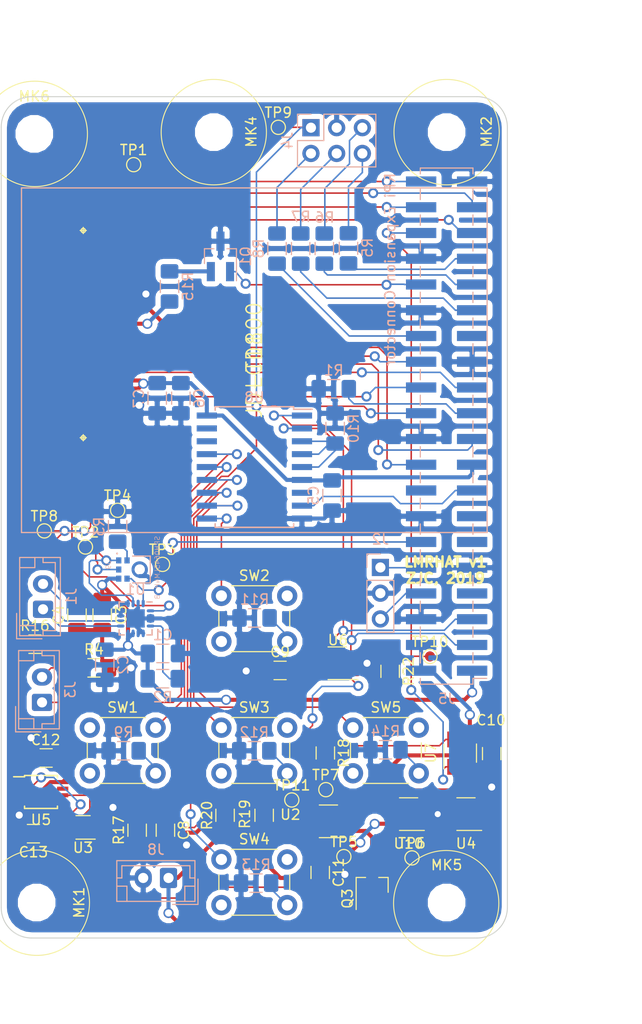
<source format=kicad_pcb>
(kicad_pcb (version 20171130) (host pcbnew 5.0.2+dfsg1-1)
  (title_block (date "15 nov 2012"))
  (layers (0 F.Cu signal hide) (31 B.Cu mixed hide) (36 B.SilkS user hide) (37 F.SilkS user hide) (38 B.Mask user) (39 F.Mask user) (44 Edge.Cuts user))
  (net 0 "")
  (net 1 +3V3)
  (net 2 +5V)
  (net 3 "Net-(LCD1-Pad3)")
  (net 4 LCD_RESET)
  (net 5 LCD_DC)
  (net 6 MOSI)
  (net 7 SCK)
  (net 8 LCD_CS)
  (net 9 "Net-(R3-Pad2)")
  (net 10 PCM_FS)
  (net 11 PCM_DIN)
  (net 12 PCM_CLK)
  (net 13 "Net-(J4-Pad5)")
  (net 14 CHAN_A)
  (net 15 BATT_CHARGE)
  (net 16 +BATT)
  (net 17 "Net-(Q3-Pad2)")
  (net 18 "Net-(R18-Pad1)")
  (net 19 PWR_STATUS)
  (net 20 "Net-(Q1-Pad2)")
  (net 21 "Net-(R14-Pad1)")
  (net 22 "Net-(R13-Pad1)")
  (net 23 "Net-(R11-Pad1)")
  (net 24 "Net-(J5-Pad21)")
  (net 25 BTN_PTT)
  (net 26 CHAN_B)
  (net 27 VOL_A)
  (net 28 "Net-(J4-Pad2)")
  (net 29 VOL_B)
  (net 30 "Net-(R10-Pad1)")
  (net 31 "Net-(R12-Pad1)")
  (net 32 BKLIGHT)
  (net 33 BTN_SELECT)
  (net 34 SCL)
  (net 35 SDA)
  (net 36 "Net-(U4-Pad4)")
  (net 37 "Net-(U3-Pad4)")
  (net 38 INT_BTN)
  (net 39 BTN_LEFT)
  (net 40 BTN_RIGHT)
  (net 41 BTN_UP)
  (net 42 BTN_DOWN)
  (net 43 "Net-(U8-Pad17)")
  (net 44 PCM_DOUT)
  (net 45 "Net-(J1-Pad2)")
  (net 46 "Net-(J1-Pad1)")
  (net 47 "Net-(J2-Pad3)")
  (net 48 "Net-(J2-Pad1)")
  (net 49 "Net-(J5-Pad27)")
  (net 50 "Net-(R19-Pad2)")
  (net 51 SW_PWR)
  (net 52 "Net-(J4-Pad6)")
  (net 53 CHARGE_EN)
  (net 54 /PowerSupply/PWR_EN)
  (net 55 "Net-(U10-Pad4)")
  (net 56 GND)
  (net 57 +handoff)
  (net 58 "Net-(U5-Pad5)")
  (net 59 "Net-(R9-Pad1)")
  (net 60 "Net-(R2-Pad2)")
  (net 61 "Net-(J3-Pad2)")
  (net 62 "Net-(U8-Pad16)")
  (net 63 "Net-(J5-Pad7)")
  (net 64 "Net-(J5-Pad13)")
  (net 65 "Net-(J5-Pad16)")
  (net 66 "Net-(J5-Pad11)")
  (net 67 "Net-(J4-Pad4)")
  (module TestPoint:TestPoint_Pad_D1.0mm (layer F.Cu) (at 180.848 132.969)
    (fp_text reference TP5 (at 0 -1.448) (layer F.SilkS))
    (fp_text value " ")
    (pad 1 smd circle (at 0 0) (size 1 1) (layers F.Cu F.Mask) (net 57 +handoff))
  )
  (module TestPoint:TestPoint_Pad_D1.0mm (layer F.Cu) (at 187.579 133.096)
    (fp_text reference TP6 (at 0 -1.448) (layer F.SilkS))
    (fp_text value " ")
    (pad 1 smd circle (at 0 0) (size 1 1) (layers F.Cu F.Mask) (net 17 "Net-(Q3-Pad2)"))
  )
  (module TestPoint:TestPoint_Pad_D1.0mm (layer F.Cu) (at 179.07 126.365)
    (fp_text reference TP7 (at 0 -1.448) (layer F.SilkS))
    (fp_text value " ")
    (pad 1 smd circle (at 0 0) (size 1 1) (layers F.Cu F.Mask) (net 53 CHARGE_EN))
  )
  (module TestPoint:TestPoint_Pad_D1.0mm (layer F.Cu) (at 151.257 100.838)
    (fp_text reference TP8 (at 0 -1.448) (layer F.SilkS))
    (fp_text value " ")
    (pad 1 smd circle (at 0 0) (size 1 1) (layers F.Cu F.Mask) (net 19 PWR_STATUS))
  )
  (module TestPoint:TestPoint_Pad_D1.0mm (layer F.Cu) (at 174.371 61.0235)
    (fp_text reference TP9 (at 0 -1.448) (layer F.SilkS))
    (fp_text value " ")
    (pad 1 smd circle (at 0 0) (size 1 1) (layers F.Cu F.Mask) (net 51 SW_PWR))
  )
  (module TestPoint:TestPoint_Pad_D1.0mm (layer F.Cu) (at 189.357 113.2205)
    (fp_text reference TP10 (at 0 -1.448) (layer F.SilkS))
    (fp_text value " ")
    (pad 1 smd circle (at 0 0) (size 1 1) (layers F.Cu F.Mask) (net 15 BATT_CHARGE))
  )
  (module TestPoint:TestPoint_Pad_D1.0mm (layer F.Cu) (at 175.7045 127.381)
    (fp_text reference TP11 (at 0 -1.448) (layer F.SilkS))
    (fp_text value " ")
    (pad 1 smd circle (at 0 0) (size 1 1) (layers F.Cu F.Mask) (net 50 "Net-(R19-Pad2)"))
  )
  (module TestPoint:TestPoint_Pad_D1.0mm (layer F.Cu) (at 158.496 98.806)
    (fp_text reference TP4 (at 0 -1.448) (layer F.SilkS))
    (fp_text value " ")
    (pad 1 smd circle (at 0 0) (size 1 1) (layers F.Cu F.Mask) (net 10 PCM_FS))
  )
  (module TestPoint:TestPoint_Pad_D1.0mm (layer F.Cu) (at 162.941 104.14)
    (fp_text reference TP3 (at 0 -1.448) (layer F.SilkS))
    (fp_text value " ")
    (pad 1 smd circle (at 0 0) (size 1 1) (layers F.Cu F.Mask) (net 12 PCM_CLK))
  )
  (module TestPoint:TestPoint_Pad_D1.0mm (layer F.Cu) (at 155.321 102.4255)
    (fp_text reference TP2 (at 0 -1.448) (layer F.SilkS))
    (fp_text value " ")
    (pad 1 smd circle (at 0 0) (size 1 1) (layers F.Cu F.Mask) (net 11 PCM_DIN))
  )
  (module TestPoint:TestPoint_Pad_D1.0mm (layer F.Cu) (at 160.0835 64.7065)
    (fp_text reference TP1 (at 0 -1.448) (layer F.SilkS))
    (fp_text value " ")
    (pad 1 smd circle (at 0 0) (size 1 1) (layers F.Cu F.Mask) (net 44 PCM_DOUT))
  )
  (module Connector_PinHeader_2.54mm:PinHeader_2x03_P2.54mm_Vertical (layer B.Cu) (at 177.5968 61.0616 270)
    (fp_text reference J4 (at 1.27 2.33 270) (layer B.SilkS) (effects (justify mirror)))
    (fp_text value "Top Controls")
    (pad 1 thru_hole rect (at 0 0 270) (size 1.7 1.7) (drill 1) (layers *.Cu *.Mask) (net 51 SW_PWR))
    (pad 2 thru_hole oval (at 2.54 0 270) (size 1.7 1.7) (drill 1) (layers *.Cu *.Mask) (net 28 "Net-(J4-Pad2)"))
    (pad 3 thru_hole oval (at 0 -2.54 270) (size 1.7 1.7) (drill 1) (layers *.Cu *.Mask) (net 56 GND))
    (pad 4 thru_hole oval (at 2.54 -2.54 270) (size 1.7 1.7) (drill 1) (layers *.Cu *.Mask) (net 67 "Net-(J4-Pad4)"))
    (pad 5 thru_hole oval (at 0 -5.08 270) (size 1.7 1.7) (drill 1) (layers *.Cu *.Mask) (net 13 "Net-(J4-Pad5)"))
    (pad 6 thru_hole oval (at 2.54 -5.08 270) (size 1.7 1.7) (drill 1) (layers *.Cu *.Mask) (net 52 "Net-(J4-Pad6)"))
  )
  (module Resistor_SMD:R_1206_3216Metric_Pad1.42x1.75mm_HandSolder (layer F.Cu) (at 179.0192 122.7471 270)
    (fp_text reference R18 (at 0 -1.82 270) (layer F.SilkS))
    (fp_text value 2k)
    (pad 1 smd roundrect (at -1.4875 0 270) (size 1.425 1.75) (layers F.Cu F.Paste F.Mask) (roundrect_rratio 0.175439) (net 18 "Net-(R18-Pad1)"))
    (pad 2 smd roundrect (at 1.4875 0 270) (size 1.425 1.75) (layers F.Cu F.Paste F.Mask) (roundrect_rratio 0.175439) (net 53 CHARGE_EN))
  )
  (module Capacitor_SMD:C_1206_3216Metric_Pad1.42x1.75mm_HandSolder (layer F.Cu) (at 174.5488 114.6048)
    (fp_text reference C9 (at 0 -1.82) (layer F.SilkS))
    (fp_text value "0.1 uF")
    (pad 2 smd roundrect (at 1.4875 0) (size 1.425 1.75) (layers F.Cu F.Paste F.Mask) (roundrect_rratio 0.175439) (net 1 +3V3))
    (pad 1 smd roundrect (at -1.4875 0) (size 1.425 1.75) (layers F.Cu F.Paste F.Mask) (roundrect_rratio 0.175439) (net 56 GND))
  )
  (module LMRHAT:SOT-353_SC-70-5_Handsoldering (layer F.Cu) (at 155.0832 130.0884 180)
    (fp_text reference U3 (at 0 -2 180) (layer F.SilkS))
    (fp_text value 74LVC1G14)
    (pad 5 smd rect (at 1.33 -0.65 180) (size 1.5 0.4) (layers F.Cu F.Paste F.Mask) (net 57 +handoff))
    (pad 4 smd rect (at 1.33 0.65 180) (size 1.5 0.4) (layers F.Cu F.Paste F.Mask) (net 37 "Net-(U3-Pad4)"))
    (pad 3 smd rect (at -1.33 0.65 180) (size 1.5 0.4) (layers F.Cu F.Paste F.Mask) (net 56 GND))
    (pad 2 smd rect (at -1.33 0 180) (size 1.5 0.4) (layers F.Cu F.Paste F.Mask) (net 51 SW_PWR))
    (pad 1 smd rect (at -1.33 -0.65 180) (size 1.5 0.4) (layers F.Cu F.Paste F.Mask))
  )
  (module Resistor_SMD:R_1206_3216Metric_Pad1.42x1.75mm_HandSolder (layer B.Cu) (at 159.0913 122.5296 180)
    (fp_text reference R9 (at 0 1.82 180) (layer B.SilkS) (effects (justify mirror)))
    (fp_text value 10k)
    (pad 2 smd roundrect (at 1.4875 0 180) (size 1.425 1.75) (layers B.Cu B.Paste B.Mask) (roundrect_rratio 0.175439) (net 56 GND))
    (pad 1 smd roundrect (at -1.4875 0 180) (size 1.425 1.75) (layers B.Cu B.Paste B.Mask) (roundrect_rratio 0.175439) (net 59 "Net-(R9-Pad1)"))
  )
  (module Button_Switch_THT:SW_PUSH_6mm_H5mm (layer F.Cu) (at 155.75 120.25)
    (fp_text reference SW1 (at 3.25 -2) (layer F.SilkS))
    (fp_text value BTN_LEFT)
    (pad 2 thru_hole circle (at 0 4.5 90) (size 2 2) (drill 1.1) (layers *.Cu *.Mask) (net 59 "Net-(R9-Pad1)"))
    (pad 1 thru_hole circle (at 0 0 90) (size 2 2) (drill 1.1) (layers *.Cu *.Mask) (net 39 BTN_LEFT))
    (pad 2 thru_hole circle (at 6.5 4.5 90) (size 2 2) (drill 1.1) (layers *.Cu *.Mask) (net 59 "Net-(R9-Pad1)"))
    (pad 1 thru_hole circle (at 6.5 0 90) (size 2 2) (drill 1.1) (layers *.Cu *.Mask) (net 39 BTN_LEFT))
  )
  (module Button_Switch_THT:SW_PUSH_6mm_H5mm (layer F.Cu) (at 168.75 107.25)
    (fp_text reference SW2 (at 3.25 -2) (layer F.SilkS))
    (fp_text value BTN_UP)
    (pad 1 thru_hole circle (at 6.5 0 90) (size 2 2) (drill 1.1) (layers *.Cu *.Mask) (net 41 BTN_UP))
    (pad 2 thru_hole circle (at 6.5 4.5 90) (size 2 2) (drill 1.1) (layers *.Cu *.Mask) (net 23 "Net-(R11-Pad1)"))
    (pad 1 thru_hole circle (at 0 0 90) (size 2 2) (drill 1.1) (layers *.Cu *.Mask) (net 41 BTN_UP))
    (pad 2 thru_hole circle (at 0 4.5 90) (size 2 2) (drill 1.1) (layers *.Cu *.Mask) (net 23 "Net-(R11-Pad1)"))
  )
  (module Button_Switch_THT:SW_PUSH_6mm_H5mm (layer F.Cu) (at 168.75 120.25)
    (fp_text reference SW3 (at 3.25 -2) (layer F.SilkS))
    (fp_text value BTN_SELECT)
    (pad 2 thru_hole circle (at 0 4.5 90) (size 2 2) (drill 1.1) (layers *.Cu *.Mask) (net 31 "Net-(R12-Pad1)"))
    (pad 1 thru_hole circle (at 0 0 90) (size 2 2) (drill 1.1) (layers *.Cu *.Mask) (net 33 BTN_SELECT))
    (pad 2 thru_hole circle (at 6.5 4.5 90) (size 2 2) (drill 1.1) (layers *.Cu *.Mask) (net 31 "Net-(R12-Pad1)"))
    (pad 1 thru_hole circle (at 6.5 0 90) (size 2 2) (drill 1.1) (layers *.Cu *.Mask) (net 33 BTN_SELECT))
  )
  (module Button_Switch_THT:SW_PUSH_6mm_H5mm (layer F.Cu) (at 181.75 120.25)
    (fp_text reference SW5 (at 3.25 -2) (layer F.SilkS))
    (fp_text value BTN_RIGHT)
    (pad 1 thru_hole circle (at 6.5 0 90) (size 2 2) (drill 1.1) (layers *.Cu *.Mask) (net 40 BTN_RIGHT))
    (pad 2 thru_hole circle (at 6.5 4.5 90) (size 2 2) (drill 1.1) (layers *.Cu *.Mask) (net 21 "Net-(R14-Pad1)"))
    (pad 1 thru_hole circle (at 0 0 90) (size 2 2) (drill 1.1) (layers *.Cu *.Mask) (net 40 BTN_RIGHT))
    (pad 2 thru_hole circle (at 0 4.5 90) (size 2 2) (drill 1.1) (layers *.Cu *.Mask) (net 21 "Net-(R14-Pad1)"))
  )
  (module Button_Switch_THT:SW_PUSH_6mm_H5mm (layer F.Cu) (at 168.75 133.25)
    (fp_text reference SW4 (at 3.25 -2) (layer F.SilkS))
    (fp_text value BTN_DOWN)
    (pad 2 thru_hole circle (at 0 4.5 90) (size 2 2) (drill 1.1) (layers *.Cu *.Mask) (net 22 "Net-(R13-Pad1)"))
    (pad 1 thru_hole circle (at 0 0 90) (size 2 2) (drill 1.1) (layers *.Cu *.Mask) (net 42 BTN_DOWN))
    (pad 2 thru_hole circle (at 6.5 4.5 90) (size 2 2) (drill 1.1) (layers *.Cu *.Mask) (net 22 "Net-(R13-Pad1)"))
    (pad 1 thru_hole circle (at 6.5 0 90) (size 2 2) (drill 1.1) (layers *.Cu *.Mask) (net 42 BTN_DOWN))
  )
  (module Package_SO:TSSOP-8_3x3mm_P0.65mm (layer F.Cu) (at 150.9268 126.5936)
    (fp_text reference U5 (at 0 2.7432) (layer F.SilkS))
    (fp_text value 74LVC2G02)
    (pad 1 smd rect (at -2.15 -0.975) (size 1.1 0.4) (layers F.Cu F.Paste F.Mask) (net 19 PWR_STATUS))
    (pad 2 smd rect (at -2.15 -0.325) (size 1.1 0.4) (layers F.Cu F.Paste F.Mask) (net 37 "Net-(U3-Pad4)"))
    (pad 3 smd rect (at -2.15 0.325) (size 1.1 0.4) (layers F.Cu F.Paste F.Mask) (net 54 /PowerSupply/PWR_EN))
    (pad 4 smd rect (at -2.15 0.975) (size 1.1 0.4) (layers F.Cu F.Paste F.Mask) (net 56 GND))
    (pad 5 smd rect (at 2.15 0.975) (size 1.1 0.4) (layers F.Cu F.Paste F.Mask) (net 58 "Net-(U5-Pad5)"))
    (pad 6 smd rect (at 2.15 0.325) (size 1.1 0.4) (layers F.Cu F.Paste F.Mask) (net 53 CHARGE_EN))
    (pad 7 smd rect (at 2.15 -0.325) (size 1.1 0.4) (layers F.Cu F.Paste F.Mask) (net 58 "Net-(U5-Pad5)"))
    (pad 8 smd rect (at 2.15 -0.975) (size 1.1 0.4) (layers F.Cu F.Paste F.Mask) (net 57 +handoff))
  )
  (module Capacitor_SMD:C_1206_3216Metric_Pad1.42x1.75mm_HandSolder (layer B.Cu) (at 157.226 114.046 90)
    (fp_text reference C2 (at 0 1.82 90) (layer B.SilkS) (effects (justify mirror)))
    (fp_text value "0.1 uF")
    (pad 1 smd roundrect (at -1.4875 0 90) (size 1.425 1.75) (layers B.Cu B.Paste B.Mask) (roundrect_rratio 0.175439) (net 56 GND))
    (pad 2 smd roundrect (at 1.4875 0 90) (size 1.425 1.75) (layers B.Cu B.Paste B.Mask) (roundrect_rratio 0.175439) (net 1 +3V3))
  )
  (module Capacitor_SMD:C_1206_3216Metric_Pad1.42x1.75mm_HandSolder (layer F.Cu) (at 156.972 109.1327 90)
    (fp_text reference C3 (at 0 1.8796 90) (layer F.SilkS))
    (fp_text value "0.1 uF")
    (pad 2 smd roundrect (at 1.4875 0 90) (size 1.425 1.75) (layers F.Cu F.Paste F.Mask) (roundrect_rratio 0.175439) (net 1 +3V3))
    (pad 1 smd roundrect (at -1.4875 0 90) (size 1.425 1.75) (layers F.Cu F.Paste F.Mask) (roundrect_rratio 0.175439) (net 56 GND))
  )
  (module Capacitor_SMD:C_1206_3216Metric_Pad1.42x1.75mm_HandSolder (layer B.Cu) (at 179.6796 97.3471 270)
    (fp_text reference C5 (at 0 1.82 270) (layer B.SilkS) (effects (justify mirror)))
    (fp_text value "0.1 uF")
    (pad 1 smd roundrect (at -1.4875 0 270) (size 1.425 1.75) (layers B.Cu B.Paste B.Mask) (roundrect_rratio 0.175439) (net 1 +3V3))
    (pad 2 smd roundrect (at 1.4875 0 270) (size 1.425 1.75) (layers B.Cu B.Paste B.Mask) (roundrect_rratio 0.175439) (net 56 GND))
  )
  (module Capacitor_SMD:C_1206_3216Metric_Pad1.42x1.75mm_HandSolder (layer B.Cu) (at 164.7444 87.7459 90)
    (fp_text reference C6 (at 0 1.82 90) (layer B.SilkS) (effects (justify mirror)))
    (fp_text value "10 uF")
    (pad 2 smd roundrect (at 1.4875 0 90) (size 1.425 1.75) (layers B.Cu B.Paste B.Mask) (roundrect_rratio 0.175439) (net 1 +3V3))
    (pad 1 smd roundrect (at -1.4875 0 90) (size 1.425 1.75) (layers B.Cu B.Paste B.Mask) (roundrect_rratio 0.175439) (net 56 GND))
  )
  (module Capacitor_SMD:C_1206_3216Metric_Pad1.42x1.75mm_HandSolder (layer B.Cu) (at 162.9664 112.9284 180)
    (fp_text reference C1 (at 0 1.82 180) (layer B.SilkS) (effects (justify mirror)))
    (fp_text value "10 uF")
    (pad 1 smd roundrect (at -1.4875 0 180) (size 1.425 1.75) (layers B.Cu B.Paste B.Mask) (roundrect_rratio 0.175439) (net 56 GND))
    (pad 2 smd roundrect (at 1.4875 0 180) (size 1.425 1.75) (layers B.Cu B.Paste B.Mask) (roundrect_rratio 0.175439) (net 1 +3V3))
  )
  (module Capacitor_SMD:C_1206_3216Metric_Pad1.42x1.75mm_HandSolder (layer B.Cu) (at 162.4076 87.7459 90)
    (fp_text reference C7 (at -0.0111 -1.8161 90) (layer B.SilkS) (effects (justify mirror)))
    (fp_text value "0.1 uF")
    (pad 2 smd roundrect (at 1.4875 0 90) (size 1.425 1.75) (layers B.Cu B.Paste B.Mask) (roundrect_rratio 0.175439) (net 1 +3V3))
    (pad 1 smd roundrect (at -1.4875 0 90) (size 1.425 1.75) (layers B.Cu B.Paste B.Mask) (roundrect_rratio 0.175439) (net 56 GND))
  )
  (module Capacitor_SMD:C_1206_3216Metric_Pad1.42x1.75mm_HandSolder (layer F.Cu) (at 163.2204 130.3671 270)
    (fp_text reference C8 (at 0 -1.82 270) (layer F.SilkS))
    (fp_text value "0.1 uF")
    (pad 1 smd roundrect (at -1.4875 0 270) (size 1.425 1.75) (layers F.Cu F.Paste F.Mask) (roundrect_rratio 0.175439) (net 51 SW_PWR))
    (pad 2 smd roundrect (at 1.4875 0 270) (size 1.425 1.75) (layers F.Cu F.Paste F.Mask) (roundrect_rratio 0.175439) (net 56 GND))
  )
  (module Capacitor_SMD:C_1206_3216Metric_Pad1.42x1.75mm_HandSolder (layer F.Cu) (at 195.453 122.809 270)
    (fp_text reference C10 (at -3.302 0.0635) (layer F.SilkS))
    (fp_text value "0.1 uF")
    (pad 1 smd roundrect (at -1.4875 0 270) (size 1.425 1.75) (layers F.Cu F.Paste F.Mask) (roundrect_rratio 0.175439) (net 2 +5V))
    (pad 2 smd roundrect (at 1.4875 0 270) (size 1.425 1.75) (layers F.Cu F.Paste F.Mask) (roundrect_rratio 0.175439) (net 56 GND))
  )
  (module Capacitor_SMD:C_1206_3216Metric_Pad1.42x1.75mm_HandSolder (layer F.Cu) (at 178.5112 134.5327 270)
    (fp_text reference C11 (at 0 -1.82 270) (layer F.SilkS))
    (fp_text value "0.1 uF")
    (pad 2 smd roundrect (at 1.4875 0 270) (size 1.425 1.75) (layers F.Cu F.Paste F.Mask) (roundrect_rratio 0.175439) (net 56 GND))
    (pad 1 smd roundrect (at -1.4875 0 270) (size 1.425 1.75) (layers F.Cu F.Paste F.Mask) (roundrect_rratio 0.175439) (net 57 +handoff))
  )
  (module Capacitor_SMD:C_1206_3216Metric_Pad1.42x1.75mm_HandSolder (layer F.Cu) (at 154.4828 109.1327 90)
    (fp_text reference C4 (at 0 -1.82 90) (layer F.SilkS))
    (fp_text value "10 uF")
    (pad 1 smd roundrect (at -1.4875 0 90) (size 1.425 1.75) (layers F.Cu F.Paste F.Mask) (roundrect_rratio 0.175439) (net 56 GND))
    (pad 2 smd roundrect (at 1.4875 0 90) (size 1.425 1.75) (layers F.Cu F.Paste F.Mask) (roundrect_rratio 0.175439) (net 1 +3V3))
  )
  (module Capacitor_SMD:C_1206_3216Metric_Pad1.42x1.75mm_HandSolder (layer F.Cu) (at 151.4348 123.2408 180)
    (fp_text reference C12 (at 0.0508 1.778 180) (layer F.SilkS))
    (fp_text value "0.1 uF")
    (pad 2 smd roundrect (at 1.4875 0 180) (size 1.425 1.75) (layers F.Cu F.Paste F.Mask) (roundrect_rratio 0.175439) (net 56 GND))
    (pad 1 smd roundrect (at -1.4875 0 180) (size 1.425 1.75) (layers F.Cu F.Paste F.Mask) (roundrect_rratio 0.175439) (net 57 +handoff))
  )
  (module Capacitor_SMD:C_1206_3216Metric_Pad1.42x1.75mm_HandSolder (layer F.Cu) (at 150.1791 130.7084 180)
    (fp_text reference C13 (at 0 -1.82 180) (layer F.SilkS))
    (fp_text value "0.1 uF")
    (pad 1 smd roundrect (at -1.4875 0 180) (size 1.425 1.75) (layers F.Cu F.Paste F.Mask) (roundrect_rratio 0.175439) (net 57 +handoff))
    (pad 2 smd roundrect (at 1.4875 0 180) (size 1.425 1.75) (layers F.Cu F.Paste F.Mask) (roundrect_rratio 0.175439) (net 56 GND))
  )
  (module Connector_JST:JST_EH_B02B-EH-A_1x02_P2.50mm_Vertical (layer B.Cu) (at 151.0284 117.7544 90)
    (fp_text reference J3 (at 1.25 2.8 90) (layer B.SilkS) (effects (justify mirror)))
    (fp_text value "PTT Button")
    (pad 1 thru_hole roundrect (at 0 0 90) (size 1.7 2) (drill 1) (layers *.Cu *.Mask) (roundrect_rratio 0.147059) (net 25 BTN_PTT))
    (pad 2 thru_hole oval (at 2.5 0 90) (size 1.7 2) (drill 1) (layers *.Cu *.Mask) (net 61 "Net-(J3-Pad2)"))
  )
  (module Connector_JST:JST_EH_B02B-EH-A_1x02_P2.50mm_Vertical (layer B.Cu) (at 151.13 108.5704 90)
    (fp_text reference J1 (at 1.25 2.8 90) (layer B.SilkS) (effects (justify mirror)))
    (fp_text value "Speaker Connector")
    (pad 2 thru_hole oval (at 2.5 0 90) (size 1.7 2) (drill 1) (layers *.Cu *.Mask) (net 45 "Net-(J1-Pad2)"))
    (pad 1 thru_hole roundrect (at 0 0 90) (size 1.7 2) (drill 1) (layers *.Cu *.Mask) (roundrect_rratio 0.147059) (net 46 "Net-(J1-Pad1)"))
  )
  (module Connector_JST:JST_EH_B02B-EH-A_1x02_P2.50mm_Vertical (layer B.Cu) (at 163.5252 135.0772 180)
    (fp_text reference J8 (at 1.25 2.8 180) (layer B.SilkS) (effects (justify mirror)))
    (fp_text value "Battery Connector")
    (pad 1 thru_hole roundrect (at 0 0 180) (size 1.7 2) (drill 1) (layers *.Cu *.Mask) (roundrect_rratio 0.147059) (net 16 +BATT))
    (pad 2 thru_hole oval (at 2.5 0 180) (size 1.7 2) (drill 1) (layers *.Cu *.Mask) (net 56 GND))
  )
  (module Connector_PinSocket_2.54mm:PinSocket_1x03_P2.54mm_Vertical (layer B.Cu) (at 184.4548 104.4448 180)
    (fp_text reference J2 (at 0 2.77 180) (layer B.SilkS) (effects (justify mirror)))
    (fp_text value Serial)
    (pad 1 thru_hole rect (at 0 0 180) (size 1.7 1.7) (drill 1) (layers *.Cu *.Mask) (net 48 "Net-(J2-Pad1)"))
    (pad 2 thru_hole oval (at 0 -2.54 180) (size 1.7 1.7) (drill 1) (layers *.Cu *.Mask) (net 56 GND))
    (pad 3 thru_hole oval (at 0 -5.08 180) (size 1.7 1.7) (drill 1) (layers *.Cu *.Mask) (net 47 "Net-(J2-Pad3)"))
  )
  (module Connector_PinSocket_2.54mm:PinSocket_2x20_P2.54mm_Vertical_SMD (layer B.Cu) (at 191 90.5)
    (fp_text reference J5 (at 0 26.9) (layer B.SilkS) (effects (justify mirror)))
    (fp_text value "RPi Expansion Connector" (at -5.58 -15.443 90) (layer B.SilkS) (effects (justify mirror)))
    (pad 1 smd rect (at 2.52 24.13) (size 3 1) (layers B.Cu B.Paste B.Mask) (net 1 +3V3))
    (pad 2 smd rect (at -2.52 24.13) (size 3 1) (layers B.Cu B.Paste B.Mask) (net 2 +5V))
    (pad 3 smd rect (at 2.52 21.59) (size 3 1) (layers B.Cu B.Paste B.Mask) (net 34 SCL))
    (pad 4 smd rect (at -2.52 21.59) (size 3 1) (layers B.Cu B.Paste B.Mask) (net 2 +5V))
    (pad 5 smd rect (at 2.52 19.05) (size 3 1) (layers B.Cu B.Paste B.Mask) (net 35 SDA))
    (pad 6 smd rect (at -2.52 19.05) (size 3 1) (layers B.Cu B.Paste B.Mask) (net 56 GND))
    (pad 7 smd rect (at 2.52 16.51) (size 3 1) (layers B.Cu B.Paste B.Mask) (net 63 "Net-(J5-Pad7)"))
    (pad 8 smd rect (at -2.52 16.51) (size 3 1) (layers B.Cu B.Paste B.Mask) (net 47 "Net-(J2-Pad3)"))
    (pad 9 smd rect (at 2.52 13.97) (size 3 1) (layers B.Cu B.Paste B.Mask) (net 56 GND))
    (pad 10 smd rect (at -2.52 13.97) (size 3 1) (layers B.Cu B.Paste B.Mask) (net 48 "Net-(J2-Pad1)"))
    (pad 11 smd rect (at 2.52 11.43) (size 3 1) (layers B.Cu B.Paste B.Mask) (net 66 "Net-(J5-Pad11)"))
    (pad 12 smd rect (at -2.52 11.43) (size 3 1) (layers B.Cu B.Paste B.Mask) (net 12 PCM_CLK))
    (pad 13 smd rect (at 2.52 8.89) (size 3 1) (layers B.Cu B.Paste B.Mask) (net 64 "Net-(J5-Pad13)"))
    (pad 14 smd rect (at -2.52 8.89) (size 3 1) (layers B.Cu B.Paste B.Mask) (net 56 GND))
    (pad 15 smd rect (at 2.52 6.35) (size 3 1) (layers B.Cu B.Paste B.Mask) (net 38 INT_BTN))
    (pad 16 smd rect (at -2.52 6.35) (size 3 1) (layers B.Cu B.Paste B.Mask) (net 65 "Net-(J5-Pad16)"))
    (pad 17 smd rect (at 2.52 3.81) (size 3 1) (layers B.Cu B.Paste B.Mask) (net 1 +3V3))
    (pad 18 smd rect (at -2.52 3.81) (size 3 1) (layers B.Cu B.Paste B.Mask) (net 4 LCD_RESET))
    (pad 19 smd rect (at 2.52 1.27) (size 3 1) (layers B.Cu B.Paste B.Mask) (net 6 MOSI))
    (pad 20 smd rect (at -2.52 1.27) (size 3 1) (layers B.Cu B.Paste B.Mask) (net 56 GND))
    (pad 21 smd rect (at 2.52 -1.27) (size 3 1) (layers B.Cu B.Paste B.Mask) (net 24 "Net-(J5-Pad21)"))
    (pad 22 smd rect (at -2.52 -1.27) (size 3 1) (layers B.Cu B.Paste B.Mask) (net 51 SW_PWR))
    (pad 23 smd rect (at 2.52 -3.81) (size 3 1) (layers B.Cu B.Paste B.Mask) (net 7 SCK))
    (pad 24 smd rect (at -2.52 -3.81) (size 3 1) (layers B.Cu B.Paste B.Mask) (net 8 LCD_CS))
    (pad 25 smd rect (at 2.52 -6.35) (size 3 1) (layers B.Cu B.Paste B.Mask) (net 56 GND))
    (pad 26 smd rect (at -2.52 -6.35) (size 3 1) (layers B.Cu B.Paste B.Mask) (net 5 LCD_DC))
    (pad 27 smd rect (at 2.52 -8.89) (size 3 1) (layers B.Cu B.Paste B.Mask) (net 49 "Net-(J5-Pad27)"))
    (pad 28 smd rect (at -2.52 -8.89) (size 3 1) (layers B.Cu B.Paste B.Mask) (net 27 VOL_A))
    (pad 29 smd rect (at 2.52 -11.43) (size 3 1) (layers B.Cu B.Paste B.Mask) (net 29 VOL_B))
    (pad 30 smd rect (at -2.52 -11.43) (size 3 1) (layers B.Cu B.Paste B.Mask) (net 56 GND))
    (pad 31 smd rect (at 2.52 -13.97) (size 3 1) (layers B.Cu B.Paste B.Mask) (net 14 CHAN_A))
    (pad 32 smd rect (at -2.52 -13.97) (size 3 1) (layers B.Cu B.Paste B.Mask) (net 32 BKLIGHT))
    (pad 33 smd rect (at 2.52 -16.51) (size 3 1) (layers B.Cu B.Paste B.Mask) (net 26 CHAN_B))
    (pad 34 smd rect (at -2.52 -16.51) (size 3 1) (layers B.Cu B.Paste B.Mask) (net 56 GND))
    (pad 35 smd rect (at 2.52 -19.05) (size 3 1) (layers B.Cu B.Paste B.Mask) (net 10 PCM_FS))
    (pad 36 smd rect (at -2.52 -19.05) (size 3 1) (layers B.Cu B.Paste B.Mask) (net 15 BATT_CHARGE))
    (pad 37 smd rect (at 2.52 -21.59) (size 3 1) (layers B.Cu B.Paste B.Mask) (net 19 PWR_STATUS))
    (pad 38 smd rect (at -2.52 -21.59) (size 3 1) (layers B.Cu B.Paste B.Mask) (net 11 PCM_DIN))
    (pad 39 smd rect (at 2.52 -24.13) (size 3 1) (layers B.Cu B.Paste B.Mask) (net 56 GND))
    (pad 40 smd rect (at -2.52 -24.13) (size 3 1) (layers B.Cu B.Paste B.Mask) (net 44 PCM_DOUT))
  )
  (module MountingHole:MountingHole_2.7mm_M2.5 (layer F.Cu) (at 168 61.5)
    (fp_text reference MK4 (at 3.704 -0.032 90) (layer F.SilkS))
    (fp_text value M2.5)
    (pad 1 np_thru_hole circle (at 0 0) (size 2.7 2.7) (drill 2.7) (layers *.Cu *.Mask))
  )
  (module MountingHole:MountingHole_2.7mm_M2.5 (layer F.Cu) (at 191 61.5)
    (fp_text reference MK2 (at 3.945 -0.032 90) (layer F.SilkS))
    (fp_text value M2.5)
    (pad 1 np_thru_hole circle (at 0 0) (size 2.7 2.7) (drill 2.7) (layers *.Cu *.Mask))
  )
  (module MountingHole:MountingHole_2.7mm_M2.5 (layer F.Cu) (at 150.5 137.5)
    (fp_text reference MK1 (at 4.199 0.007 270) (layer F.SilkS))
    (fp_text value M2.5)
    (pad 1 np_thru_hole circle (at 0 0) (size 2.7 2.7) (drill 2.7) (layers *.Cu *.Mask))
  )
  (module MountingHole:MountingHole_2.7mm_M2.5 (layer F.Cu) (at 150.2664 61.6712)
    (fp_text reference MK6 (at 0 -3.7) (layer F.SilkS))
    (fp_text value M2.5)
    (pad 1 np_thru_hole circle (at 0 0) (size 2.7 2.7) (drill 2.7) (layers *.Cu *.Mask))
  )
  (module MountingHole:MountingHole_2.7mm_M2.5 (layer F.Cu) (at 191 137.5)
    (fp_text reference MK5 (at 0 -3.7) (layer F.SilkS))
    (fp_text value M2.5)
    (pad 1 np_thru_hole circle (at 0 0) (size 2.7 2.7) (drill 2.7) (layers *.Cu *.Mask))
  )
  (module Package_DFN_QFN:QFN-16-1EP_3x3mm_P0.5mm_EP1.8x1.8mm (layer B.Cu) (at 160.274 109.474 180)
    (fp_text reference U1 (at 0 2.85 180) (layer B.SilkS) (effects (justify mirror)))
    (fp_text value MAX98357AETE+T)
    (pad 1 smd oval (at -1.475 0.75 180) (size 0.75 0.3) (layers B.Cu B.Paste B.Mask) (net 44 PCM_DOUT))
    (pad 2 smd oval (at -1.475 0.25 180) (size 0.75 0.3) (layers B.Cu B.Paste B.Mask) (net 56 GND))
    (pad 3 smd oval (at -1.475 -0.25 180) (size 0.75 0.3) (layers B.Cu B.Paste B.Mask) (net 56 GND))
    (pad 4 smd oval (at -1.475 -0.75 180) (size 0.75 0.3) (layers B.Cu B.Paste B.Mask) (net 60 "Net-(R2-Pad2)"))
    (pad 5 smd oval (at -0.75 -1.475 90) (size 0.75 0.3) (layers B.Cu B.Paste B.Mask) (net 56 GND))
    (pad 6 smd oval (at -0.25 -1.475 90) (size 0.75 0.3) (layers B.Cu B.Paste B.Mask) (net 56 GND))
    (pad 7 smd oval (at 0.25 -1.475 90) (size 0.75 0.3) (layers B.Cu B.Paste B.Mask) (net 1 +3V3))
    (pad 8 smd oval (at 0.75 -1.475 90) (size 0.75 0.3) (layers B.Cu B.Paste B.Mask) (net 1 +3V3))
    (pad 9 smd oval (at 1.475 -0.75 180) (size 0.75 0.3) (layers B.Cu B.Paste B.Mask) (net 46 "Net-(J1-Pad1)"))
    (pad 10 smd oval (at 1.475 -0.25 180) (size 0.75 0.3) (layers B.Cu B.Paste B.Mask) (net 45 "Net-(J1-Pad2)"))
    (pad 11 smd oval (at 1.475 0.25 180) (size 0.75 0.3) (layers B.Cu B.Paste B.Mask) (net 56 GND))
    (pad 12 smd oval (at 1.475 0.75 180) (size 0.75 0.3) (layers B.Cu B.Paste B.Mask) (net 56 GND))
    (pad 13 smd oval (at 0.75 1.475 90) (size 0.75 0.3) (layers B.Cu B.Paste B.Mask) (net 56 GND))
    (pad 14 smd oval (at 0.25 1.475 90) (size 0.75 0.3) (layers B.Cu B.Paste B.Mask) (net 10 PCM_FS))
    (pad 15 smd oval (at -0.25 1.475 90) (size 0.75 0.3) (layers B.Cu B.Paste B.Mask) (net 56 GND))
    (pad 16 smd oval (at -0.75 1.475 90) (size 0.75 0.3) (layers B.Cu B.Paste B.Mask) (net 12 PCM_CLK))
    (pad 17 smd rect (at 0 0 180) (size 1.8 1.8) (layers B.Cu B.Mask) (net 56 GND))
  )
  (module Package_SO:SOIC-18W_7.5x11.6mm_P1.27mm (layer B.Cu) (at 172.0088 94.5388 180)
    (fp_text reference U8 (at 0 6.875 180) (layer B.SilkS) (effects (justify mirror)))
    (fp_text value MCP23008_SO)
    (pad 1 smd rect (at -4.7 5.08 180) (size 2 0.6) (layers B.Cu B.Paste B.Mask) (net 34 SCL))
    (pad 2 smd rect (at -4.7 3.81 180) (size 2 0.6) (layers B.Cu B.Paste B.Mask) (net 35 SDA))
    (pad 3 smd rect (at -4.7 2.54 180) (size 2 0.6) (layers B.Cu B.Paste B.Mask) (net 30 "Net-(R10-Pad1)"))
    (pad 4 smd rect (at -4.7 1.27 180) (size 2 0.6) (layers B.Cu B.Paste B.Mask) (net 30 "Net-(R10-Pad1)"))
    (pad 5 smd rect (at -4.7 0 180) (size 2 0.6) (layers B.Cu B.Paste B.Mask) (net 30 "Net-(R10-Pad1)"))
    (pad 6 smd rect (at -4.7 -1.27 180) (size 2 0.6) (layers B.Cu B.Paste B.Mask) (net 1 +3V3))
    (pad 7 smd rect (at -4.7 -2.54 180) (size 2 0.6) (layers B.Cu B.Paste B.Mask))
    (pad 8 smd rect (at -4.7 -3.81 180) (size 2 0.6) (layers B.Cu B.Paste B.Mask) (net 38 INT_BTN))
    (pad 9 smd rect (at -4.7 -5.08 180) (size 2 0.6) (layers B.Cu B.Paste B.Mask) (net 56 GND))
    (pad 10 smd rect (at 4.7 -5.08 180) (size 2 0.6) (layers B.Cu B.Paste B.Mask) (net 41 BTN_UP))
    (pad 11 smd rect (at 4.7 -3.81 180) (size 2 0.6) (layers B.Cu B.Paste B.Mask) (net 40 BTN_RIGHT))
    (pad 12 smd rect (at 4.7 -2.54 180) (size 2 0.6) (layers B.Cu B.Paste B.Mask) (net 33 BTN_SELECT))
    (pad 13 smd rect (at 4.7 -1.27 180) (size 2 0.6) (layers B.Cu B.Paste B.Mask) (net 42 BTN_DOWN))
    (pad 14 smd rect (at 4.7 0 180) (size 2 0.6) (layers B.Cu B.Paste B.Mask) (net 39 BTN_LEFT))
    (pad 15 smd rect (at 4.7 1.27 180) (size 2 0.6) (layers B.Cu B.Paste B.Mask) (net 25 BTN_PTT))
    (pad 16 smd rect (at 4.7 2.54 180) (size 2 0.6) (layers B.Cu B.Paste B.Mask) (net 62 "Net-(U8-Pad16)"))
    (pad 17 smd rect (at 4.7 3.81 180) (size 2 0.6) (layers B.Cu B.Paste B.Mask) (net 43 "Net-(U8-Pad17)"))
    (pad 18 smd rect (at 4.7 5.08 180) (size 2 0.6) (layers B.Cu B.Paste B.Mask) (net 1 +3V3))
  )
  (module Package_TO_SOT_SMD:SOT-23-5_HandSoldering (layer F.Cu) (at 187.245 128.778 180)
    (fp_text reference U10 (at 0 -2.9 180) (layer F.SilkS))
    (fp_text value MIC5504-3.3YM5)
    (pad 5 smd rect (at 1.35 -0.95 180) (size 1.56 0.65) (layers F.Cu F.Paste F.Mask) (net 57 +handoff))
    (pad 4 smd rect (at 1.35 0.95 180) (size 1.56 0.65) (layers F.Cu F.Paste F.Mask) (net 55 "Net-(U10-Pad4)"))
    (pad 3 smd rect (at -1.35 0.95 180) (size 1.56 0.65) (layers F.Cu F.Paste F.Mask) (net 17 "Net-(Q3-Pad2)"))
    (pad 2 smd rect (at -1.35 0 180) (size 1.56 0.65) (layers F.Cu F.Paste F.Mask) (net 56 GND))
    (pad 1 smd rect (at -1.35 -0.95 180) (size 1.56 0.65) (layers F.Cu F.Paste F.Mask) (net 17 "Net-(Q3-Pad2)"))
  )
  (module Package_TO_SOT_SMD:SOT-23-5_HandSoldering (layer F.Cu) (at 192.339 122.762 90)
    (fp_text reference U7 (at 0 -2.9 90) (layer F.SilkS))
    (fp_text value MCP73831-2-OT)
    (pad 1 smd rect (at -1.35 -0.95 90) (size 1.56 0.65) (layers F.Cu F.Paste F.Mask) (net 15 BATT_CHARGE))
    (pad 2 smd rect (at -1.35 0 90) (size 1.56 0.65) (layers F.Cu F.Paste F.Mask) (net 56 GND))
    (pad 3 smd rect (at -1.35 0.95 90) (size 1.56 0.65) (layers F.Cu F.Paste F.Mask) (net 16 +BATT))
    (pad 4 smd rect (at 1.35 0.95 90) (size 1.56 0.65) (layers F.Cu F.Paste F.Mask) (net 2 +5V))
    (pad 5 smd rect (at 1.35 -0.95 90) (size 1.56 0.65) (layers F.Cu F.Paste F.Mask) (net 18 "Net-(R18-Pad1)"))
  )
  (module Package_TO_SOT_SMD:SOT-23-5_HandSoldering (layer F.Cu) (at 192.913 128.778 180)
    (fp_text reference U4 (at 0 -2.9 180) (layer F.SilkS))
    (fp_text value MAX40200)
    (pad 5 smd rect (at 1.35 -0.95 180) (size 1.56 0.65) (layers F.Cu F.Paste F.Mask) (net 17 "Net-(Q3-Pad2)"))
    (pad 4 smd rect (at 1.35 0.95 180) (size 1.56 0.65) (layers F.Cu F.Paste F.Mask) (net 36 "Net-(U4-Pad4)"))
    (pad 3 smd rect (at -1.35 0.95 180) (size 1.56 0.65) (layers F.Cu F.Paste F.Mask) (net 16 +BATT))
    (pad 2 smd rect (at -1.35 0 180) (size 1.56 0.65) (layers F.Cu F.Paste F.Mask) (net 56 GND))
    (pad 1 smd rect (at -1.35 -0.95 180) (size 1.56 0.65) (layers F.Cu F.Paste F.Mask) (net 16 +BATT))
  )
  (module Package_TO_SOT_SMD:SOT-23-5_HandSoldering (layer F.Cu) (at 179.324 129.4892 180)
    (fp_text reference U2 (at 3.7592 0.6604 180) (layer F.SilkS))
    (fp_text value LMV321)
    (pad 1 smd rect (at -1.35 -0.95 180) (size 1.56 0.65) (layers F.Cu F.Paste F.Mask) (net 2 +5V))
    (pad 2 smd rect (at -1.35 0 180) (size 1.56 0.65) (layers F.Cu F.Paste F.Mask) (net 56 GND))
    (pad 3 smd rect (at -1.35 0.95 180) (size 1.56 0.65) (layers F.Cu F.Paste F.Mask) (net 16 +BATT))
    (pad 4 smd rect (at 1.35 0.95 180) (size 1.56 0.65) (layers F.Cu F.Paste F.Mask) (net 53 CHARGE_EN))
    (pad 5 smd rect (at 1.35 -0.95 180) (size 1.56 0.65) (layers F.Cu F.Paste F.Mask) (net 57 +handoff))
  )
  (module Package_TO_SOT_SMD:SOT-23-6_Handsoldering (layer F.Cu) (at 180.1876 113.8936 180)
    (fp_text reference U6 (at -0.08 2.2885 180) (layer F.SilkS))
    (fp_text value MCP3421A0T-ECH)
    (pad 1 smd rect (at -1.35 -0.95 180) (size 1.56 0.65) (layers F.Cu F.Paste F.Mask) (net 50 "Net-(R19-Pad2)"))
    (pad 2 smd rect (at -1.35 0 180) (size 1.56 0.65) (layers F.Cu F.Paste F.Mask) (net 56 GND))
    (pad 3 smd rect (at -1.35 0.95 180) (size 1.56 0.65) (layers F.Cu F.Paste F.Mask) (net 34 SCL))
    (pad 4 smd rect (at 1.35 0.95 180) (size 1.56 0.65) (layers F.Cu F.Paste F.Mask) (net 35 SDA))
    (pad 6 smd rect (at 1.35 -0.95 180) (size 1.56 0.65) (layers F.Cu F.Paste F.Mask) (net 56 GND))
    (pad 5 smd rect (at 1.35 0 180) (size 1.56 0.65) (layers F.Cu F.Paste F.Mask) (net 1 +3V3))
  )
  (module Package_TO_SOT_SMD:SOT-23_Handsoldering (layer F.Cu) (at 183.642 135.7884 90)
    (fp_text reference Q3 (at -1.3208 -2.4384 90) (layer F.SilkS))
    (fp_text value TSM850N06CX)
    (pad 3 smd rect (at 1.5 0 90) (size 1.9 0.8) (layers F.Cu F.Paste F.Mask) (net 2 +5V))
    (pad 2 smd rect (at -1.5 0.95 90) (size 1.9 0.8) (layers F.Cu F.Paste F.Mask) (net 17 "Net-(Q3-Pad2)"))
    (pad 1 smd rect (at -1.5 -0.95 90) (size 1.9 0.8) (layers F.Cu F.Paste F.Mask) (net 54 /PowerSupply/PWR_EN))
  )
  (module Package_TO_SOT_SMD:SOT-23_Handsoldering (layer B.Cu) (at 168.656 73.7616 90)
    (fp_text reference Q1 (at 0 2.5 90) (layer B.SilkS) (effects (justify mirror)))
    (fp_text value TSM850N06CX)
    (pad 1 smd rect (at -1.5 0.95 90) (size 1.9 0.8) (layers B.Cu B.Paste B.Mask) (net 32 BKLIGHT))
    (pad 2 smd rect (at -1.5 -0.95 90) (size 1.9 0.8) (layers B.Cu B.Paste B.Mask) (net 20 "Net-(Q1-Pad2)"))
    (pad 3 smd rect (at 1.5 0 90) (size 1.9 0.8) (layers B.Cu B.Paste B.Mask) (net 56 GND))
  )
  (module Resistor_SMD:R_1206_3216Metric_Pad1.42x1.75mm_HandSolder (layer B.Cu) (at 172.0231 109.4232 180)
    (fp_text reference R11 (at 0 1.82 180) (layer B.SilkS) (effects (justify mirror)))
    (fp_text value 10k)
    (pad 1 smd roundrect (at -1.4875 0 180) (size 1.425 1.75) (layers B.Cu B.Paste B.Mask) (roundrect_rratio 0.175439) (net 23 "Net-(R11-Pad1)"))
    (pad 2 smd roundrect (at 1.4875 0 180) (size 1.425 1.75) (layers B.Cu B.Paste B.Mask) (roundrect_rratio 0.175439) (net 56 GND))
  )
  (module Resistor_SMD:R_1206_3216Metric_Pad1.42x1.75mm_HandSolder (layer B.Cu) (at 174.244 72.9853 270)
    (fp_text reference R8 (at 0 1.82 270) (layer B.SilkS) (effects (justify mirror)))
    (fp_text value 10k)
    (pad 1 smd roundrect (at -1.4875 0 270) (size 1.425 1.75) (layers B.Cu B.Paste B.Mask) (roundrect_rratio 0.175439) (net 28 "Net-(J4-Pad2)"))
    (pad 2 smd roundrect (at 1.4875 0 270) (size 1.425 1.75) (layers B.Cu B.Paste B.Mask) (roundrect_rratio 0.175439) (net 27 VOL_A))
  )
  (module Resistor_SMD:R_1206_3216Metric_Pad1.42x1.75mm_HandSolder (layer B.Cu) (at 176.5808 72.9853 270)
    (fp_text reference R7 (at -3.1353 -0.0127) (layer B.SilkS) (effects (justify mirror)))
    (fp_text value 10k)
    (pad 2 smd roundrect (at 1.4875 0 270) (size 1.425 1.75) (layers B.Cu B.Paste B.Mask) (roundrect_rratio 0.175439) (net 29 VOL_B))
    (pad 1 smd roundrect (at -1.4875 0 270) (size 1.425 1.75) (layers B.Cu B.Paste B.Mask) (roundrect_rratio 0.175439) (net 67 "Net-(J4-Pad4)"))
  )
  (module Resistor_SMD:R_1206_3216Metric_Pad1.42x1.75mm_HandSolder (layer B.Cu) (at 178.9176 72.9853 270)
    (fp_text reference R6 (at -3.0718 -0.0254) (layer B.SilkS) (effects (justify mirror)))
    (fp_text value 10k)
    (pad 1 smd roundrect (at -1.4875 0 270) (size 1.425 1.75) (layers B.Cu B.Paste B.Mask) (roundrect_rratio 0.175439) (net 13 "Net-(J4-Pad5)"))
    (pad 2 smd roundrect (at 1.4875 0 270) (size 1.425 1.75) (layers B.Cu B.Paste B.Mask) (roundrect_rratio 0.175439) (net 14 CHAN_A))
  )
  (module Resistor_SMD:R_1206_3216Metric_Pad1.42x1.75mm_HandSolder (layer B.Cu) (at 181.3052 72.9631 270)
    (fp_text reference R5 (at -0.0651 -1.8796 270) (layer B.SilkS) (effects (justify mirror)))
    (fp_text value 10k)
    (pad 2 smd roundrect (at 1.4875 0 270) (size 1.425 1.75) (layers B.Cu B.Paste B.Mask) (roundrect_rratio 0.175439) (net 26 CHAN_B))
    (pad 1 smd roundrect (at -1.4875 0 270) (size 1.425 1.75) (layers B.Cu B.Paste B.Mask) (roundrect_rratio 0.175439) (net 52 "Net-(J4-Pad6)"))
  )
  (module Resistor_SMD:R_1206_3216Metric_Pad1.42x1.75mm_HandSolder (layer F.Cu) (at 156.1592 114.3508)
    (fp_text reference R4 (at 0 -1.82) (layer F.SilkS))
    (fp_text value 10k)
    (pad 1 smd roundrect (at -1.4875 0) (size 1.425 1.75) (layers F.Cu F.Paste F.Mask) (roundrect_rratio 0.175439) (net 61 "Net-(J3-Pad2)"))
    (pad 2 smd roundrect (at 1.4875 0) (size 1.425 1.75) (layers F.Cu F.Paste F.Mask) (roundrect_rratio 0.175439) (net 56 GND))
  )
  (module Resistor_SMD:R_1206_3216Metric_Pad1.42x1.75mm_HandSolder (layer B.Cu) (at 179.8463 86.8172 180)
    (fp_text reference R1 (at 0 1.82 180) (layer B.SilkS) (effects (justify mirror)))
    (fp_text value 100k)
    (pad 2 smd roundrect (at 1.4875 0 180) (size 1.425 1.75) (layers B.Cu B.Paste B.Mask) (roundrect_rratio 0.175439) (net 56 GND))
    (pad 1 smd roundrect (at -1.4875 0 180) (size 1.425 1.75) (layers B.Cu B.Paste B.Mask) (roundrect_rratio 0.175439) (net 24 "Net-(J5-Pad21)"))
  )
  (module Resistor_SMD:R_1206_3216Metric_Pad1.42x1.75mm_HandSolder (layer B.Cu) (at 158.496 100.4173 270)
    (fp_text reference R3 (at 0 1.82 270) (layer B.SilkS) (effects (justify mirror)))
    (fp_text value 10k)
    (pad 1 smd roundrect (at -1.4875 0 270) (size 1.425 1.75) (layers B.Cu B.Paste B.Mask) (roundrect_rratio 0.175439) (net 56 GND))
    (pad 2 smd roundrect (at 1.4875 0 270) (size 1.425 1.75) (layers B.Cu B.Paste B.Mask) (roundrect_rratio 0.175439) (net 9 "Net-(R3-Pad2)"))
  )
  (module Resistor_SMD:R_1206_3216Metric_Pad1.42x1.75mm_HandSolder (layer B.Cu) (at 179.9844 90.7288 90)
    (fp_text reference R10 (at 0 1.82 90) (layer B.SilkS) (effects (justify mirror)))
    (fp_text value 10k)
    (pad 2 smd roundrect (at 1.4875 0 90) (size 1.425 1.75) (layers B.Cu B.Paste B.Mask) (roundrect_rratio 0.175439) (net 56 GND))
    (pad 1 smd roundrect (at -1.4875 0 90) (size 1.425 1.75) (layers B.Cu B.Paste B.Mask) (roundrect_rratio 0.175439) (net 30 "Net-(R10-Pad1)"))
  )
  (module Resistor_SMD:R_1206_3216Metric_Pad1.42x1.75mm_HandSolder (layer B.Cu) (at 171.9945 122.5296 180)
    (fp_text reference R12 (at 0 1.82 180) (layer B.SilkS) (effects (justify mirror)))
    (fp_text value 10k)
    (pad 1 smd roundrect (at -1.4875 0 180) (size 1.425 1.75) (layers B.Cu B.Paste B.Mask) (roundrect_rratio 0.175439) (net 31 "Net-(R12-Pad1)"))
    (pad 2 smd roundrect (at 1.4875 0 180) (size 1.425 1.75) (layers B.Cu B.Paste B.Mask) (roundrect_rratio 0.175439) (net 56 GND))
  )
  (module Resistor_SMD:R_1206_3216Metric_Pad1.42x1.75mm_HandSolder (layer B.Cu) (at 172.1755 135.5852 180)
    (fp_text reference R13 (at 0 1.82 180) (layer B.SilkS) (effects (justify mirror)))
    (fp_text value 10k)
    (pad 2 smd roundrect (at 1.4875 0 180) (size 1.425 1.75) (layers B.Cu B.Paste B.Mask) (roundrect_rratio 0.175439) (net 56 GND))
    (pad 1 smd roundrect (at -1.4875 0 180) (size 1.425 1.75) (layers B.Cu B.Paste B.Mask) (roundrect_rratio 0.175439) (net 22 "Net-(R13-Pad1)"))
  )
  (module Resistor_SMD:R_1206_3216Metric_Pad1.42x1.75mm_HandSolder (layer B.Cu) (at 184.9628 122.428 180)
    (fp_text reference R14 (at 0 1.82 180) (layer B.SilkS) (effects (justify mirror)))
    (fp_text value 10k)
    (pad 1 smd roundrect (at -1.4875 0 180) (size 1.425 1.75) (layers B.Cu B.Paste B.Mask) (roundrect_rratio 0.175439) (net 21 "Net-(R14-Pad1)"))
    (pad 2 smd roundrect (at 1.4875 0 180) (size 1.425 1.75) (layers B.Cu B.Paste B.Mask) (roundrect_rratio 0.175439) (net 56 GND))
  )
  (module Resistor_SMD:R_1206_3216Metric_Pad1.42x1.75mm_HandSolder (layer B.Cu) (at 163.6268 76.7223 90)
    (fp_text reference R15 (at 0 1.82 90) (layer B.SilkS) (effects (justify mirror)))
    (fp_text value 22)
    (pad 2 smd roundrect (at 1.4875 0 90) (size 1.425 1.75) (layers B.Cu B.Paste B.Mask) (roundrect_rratio 0.175439) (net 20 "Net-(Q1-Pad2)"))
    (pad 1 smd roundrect (at -1.4875 0 90) (size 1.425 1.75) (layers B.Cu B.Paste B.Mask) (roundrect_rratio 0.175439) (net 3 "Net-(LCD1-Pad3)"))
  )
  (module Resistor_SMD:R_1206_3216Metric_Pad1.42x1.75mm_HandSolder (layer F.Cu) (at 150.3315 112.014)
    (fp_text reference R16 (at 0 -1.82) (layer F.SilkS))
    (fp_text value 100k)
    (pad 1 smd roundrect (at -1.4875 0) (size 1.425 1.75) (layers F.Cu F.Paste F.Mask) (roundrect_rratio 0.175439) (net 19 PWR_STATUS))
    (pad 2 smd roundrect (at 1.4875 0) (size 1.425 1.75) (layers F.Cu F.Paste F.Mask) (roundrect_rratio 0.175439) (net 56 GND))
  )
  (module Resistor_SMD:R_1206_3216Metric_Pad1.42x1.75mm_HandSolder (layer F.Cu) (at 160.4264 130.3671 90)
    (fp_text reference R17 (at 0 -1.82 90) (layer F.SilkS))
    (fp_text value 100k)
    (pad 2 smd roundrect (at 1.4875 0 90) (size 1.425 1.75) (layers F.Cu F.Paste F.Mask) (roundrect_rratio 0.175439) (net 51 SW_PWR))
    (pad 1 smd roundrect (at -1.4875 0 90) (size 1.425 1.75) (layers F.Cu F.Paste F.Mask) (roundrect_rratio 0.175439) (net 57 +handoff))
  )
  (module Resistor_SMD:R_1206_3216Metric_Pad1.42x1.75mm_HandSolder (layer F.Cu) (at 172.974 128.8939 90)
    (fp_text reference R19 (at 0.1159 -1.905 270) (layer F.SilkS))
    (fp_text value 100k)
    (pad 2 smd roundrect (at 1.4875 0 90) (size 1.425 1.75) (layers F.Cu F.Paste F.Mask) (roundrect_rratio 0.175439) (net 50 "Net-(R19-Pad2)"))
    (pad 1 smd roundrect (at -1.4875 0 90) (size 1.425 1.75) (layers F.Cu F.Paste F.Mask) (roundrect_rratio 0.175439) (net 56 GND))
  )
  (module Resistor_SMD:R_1206_3216Metric_Pad1.42x1.75mm_HandSolder (layer F.Cu) (at 169.1132 128.8939 270)
    (fp_text reference R20 (at 0.0111 1.7907 270) (layer F.SilkS))
    (fp_text value 1m)
    (pad 1 smd roundrect (at -1.4875 0 270) (size 1.425 1.75) (layers F.Cu F.Paste F.Mask) (roundrect_rratio 0.175439) (net 50 "Net-(R19-Pad2)"))
    (pad 2 smd roundrect (at 1.4875 0 270) (size 1.425 1.75) (layers F.Cu F.Paste F.Mask) (roundrect_rratio 0.175439) (net 16 +BATT))
  )
  (module Resistor_SMD:R_1206_3216Metric_Pad1.42x1.75mm_HandSolder (layer F.Cu) (at 185.42 114.6921 270)
    (fp_text reference R22 (at 0 -1.82 270) (layer F.SilkS))
    (fp_text value 10k)
    (pad 2 smd roundrect (at 1.4875 0 270) (size 1.425 1.75) (layers F.Cu F.Paste F.Mask) (roundrect_rratio 0.175439) (net 1 +3V3))
    (pad 1 smd roundrect (at -1.4875 0 270) (size 1.425 1.75) (layers F.Cu F.Paste F.Mask) (roundrect_rratio 0.175439) (net 15 BATT_CHARGE))
  )
  (module Resistor_SMD:R_1206_3216Metric_Pad1.42x1.75mm_HandSolder (layer B.Cu) (at 162.9521 115.4176)
    (fp_text reference R2 (at 0 1.82) (layer B.SilkS) (effects (justify mirror)))
    (fp_text value 620k)
    (pad 1 smd roundrect (at -1.4875 0) (size 1.425 1.75) (layers B.Cu B.Paste B.Mask) (roundrect_rratio 0.175439) (net 1 +3V3))
    (pad 2 smd roundrect (at 1.4875 0) (size 1.425 1.75) (layers B.Cu B.Paste B.Mask) (roundrect_rratio 0.175439) (net 60 "Net-(R2-Pad2)"))
  )
  (module SPH0645LM4H-B:MIC_SPH0645LM4H-B (layer B.Cu) (at 160.6804 104.648 270)
    (fp_text reference U9 (at -0.48826 3.09539 270) (layer B.SilkS) (effects (font (size 0.482429 0.482429) (thickness 0.05)) (justify mirror)))
    (fp_text value SPH0645LM4H-B (at -0.181738 -1.7423 270) (layer B.SilkS) (effects (font (size 0.481966 0.481966) (thickness 0.05)) (justify mirror)))
    (fp_poly (pts (xy -0.01 0.51) (xy -0.01 0.81) (xy -0.035814 0.810016) (xy -0.077393 0.807837) (xy -0.118801 0.803485) (xy -0.159925 0.796972) (xy -0.200652 0.788315) (xy -0.240869 0.777539) (xy -0.280468 0.764673) (xy -0.319339 0.749752) (xy -0.357376 0.732817) (xy -0.394475 0.713915) (xy -0.430533 0.693097) (xy -0.465452 0.67042) (xy -0.499137 0.645947) (xy -0.531495 0.619745) (xy -0.562437 0.591885) (xy -0.591878 0.562444) (xy -0.619739 0.531502) (xy -0.645942 0.499145) (xy -0.670415 0.46546) (xy -0.693092 0.430541) (xy -0.713911 0.394483) (xy -0.732813 0.357385) (xy -0.749749 0.319348) (xy -0.76467 0.280477) (xy -0.777537 0.240879) (xy -0.788313 0.200661) (xy -0.79697 0.159934) (xy -0.803484 0.118811) (xy -0.807836 0.077402) (xy -0.810015 0.035823) (xy -0.81 0.02) (xy -0.81 -0.001729) (xy -0.807725 -0.045138) (xy -0.803182 -0.088369) (xy -0.796382 -0.131302) (xy -0.787345 -0.173821) (xy -0.776094 -0.215809) (xy -0.762662 -0.25715) (xy -0.747085 -0.297731) (xy -0.729405 -0.337442) (xy -0.70967 -0.376173) (xy -0.687936 -0.413818) (xy -0.664262 -0.450274) (xy -0.638712 -0.485441) (xy -0.611356 -0.519223) (xy -0.58227 -0.551526) (xy -0.551534 -0.582264) (xy -0.51923 -0.61135) (xy -0.485449 -0.638706) (xy -0.450282 -0.664256) (xy -0.413827 -0.687931) (xy -0.376182 -0.709666) (xy -0.337451 -0.7294) (xy -0.297741 -0.747081) (xy -0.257159 -0.762659) (xy -0.215818 -0.776092) (xy -0.173831 -0.787342) (xy -0.131312 -0.79638) (xy -0.088379 -0.803181) (xy -0.045148 -0.807725) (xy -0.001739 -0.81) (xy 0.02 -0.81) (xy 0.03 -0.81) (xy 0.05042 -0.81) (xy 0.091214 -0.807862) (xy 0.131841 -0.803593) (xy 0.172188 -0.797202) (xy 0.212145 -0.788709) (xy 0.251603 -0.778137) (xy 0.290454 -0.765514) (xy 0.328591 -0.750875) (xy 0.36591 -0.73426) (xy 0.402307 -0.715714) (xy 0.437685 -0.69529) (xy 0.471944 -0.673041) (xy 0.504993 -0.64903) (xy 0.536739 -0.623323) (xy 0.567097 -0.595989) (xy 0.595983 -0.567104) (xy 0.623317 -0.536747) (xy 0.649025 -0.505) (xy 0.673036 -0.471952) (xy 0.695285 -0.437692) (xy 0.71571 -0.402315) (xy 0.734256 -0.365918) (xy 0.750871 -0.3286) (xy 0.765511 -0.290463) (xy 0.778134 -0.251612) (xy 0.788707 -0.212154) (xy 0.797201 -0.172197) (xy 0.803591 -0.13185) (xy 0.807862 -0.091224) (xy 0.81 -0.05043) (xy 0.81 -0.03) (xy 0.81 0) (xy 0.81 0.021206) (xy 0.80778 0.063569) (xy 0.803346 0.105758) (xy 0.79671 0.147657) (xy 0.787891 0.189151) (xy 0.776911 0.230127) (xy 0.763803 0.270472) (xy 0.748601 0.310075) (xy 0.731347 0.348829) (xy 0.712088 0.386627) (xy 0.690878 0.423365) (xy 0.667774 0.458942) (xy 0.642839 0.493262) (xy 0.616143 0.526229) (xy 0.587758 0.557755) (xy 0.557762 0.587751) (xy 0.526237 0.616137) (xy 0.49327 0.642833) (xy 0.45895 0.667768) (xy 0.423373 0.690873) (xy 0.386635 0.712083) (xy 0.348838 0.731342) (xy 0.310084 0.748597) (xy 0.270481 0.7638) (xy 0.230136 0.776909) (xy 0.18916 0.787888) (xy 0.147666 0.796708) (xy 0.105767 0.803345) (xy 0.063578 0.807779) (xy 0.021215 0.81) (xy 0 0.81) (xy 0 0.51) (xy 0.009406 0.510179) (xy 0.035839 0.509256) (xy 0.062187 0.506951) (xy 0.088379 0.50327) (xy 0.114342 0.498223) (xy 0.140005 0.491825) (xy 0.165299 0.484092) (xy 0.190153 0.475046) (xy 0.214499 0.464712) (xy 0.238272 0.453117) (xy 0.261405 0.440295) (xy 0.283835 0.426279) (xy 0.305501 0.411109) (xy 0.326343 0.394825) (xy 0.346304 0.377473) (xy 0.36533 0.3591) (xy 0.383369 0.339756) (xy 0.40037 0.319495) (xy 0.416288 0.298372) (xy 0.431078 0.276445) (xy 0.4447 0.253774) (xy 0.457118 0.230421) (xy 0.468296 0.20645) (xy 0.478204 0.181927) (xy 0.486815 0.156919) (xy 0.494105 0.131494) (xy 0.500055 0.105723) (xy 0.504648 0.079676) (xy 0.507872 0.053424) (xy 0.509717 0.027039) (xy 0.51 0.01) (xy 0.51 -0.003614) (xy 0.508575 -0.03081) (xy 0.505728 -0.057894) (xy 0.501468 -0.084792) (xy 0.495806 -0.11143) (xy 0.488758 -0.137736) (xy 0.480343 -0.163636) (xy 0.470583 -0.189061) (xy 0.459507 -0.21394) (xy 0.447143 -0.238205) (xy 0.433526 -0.26179) (xy 0.418694 -0.28463) (xy 0.402687 -0.306662) (xy 0.385549 -0.327826) (xy 0.367326 -0.348065) (xy 0.348069 -0.367322) (xy 0.327831 -0.385545) (xy 0.306667 -0.402683) (xy 0.284635 -0.418691) (xy 0.261795 -0.433523) (xy 0.23821 -0.44714) (xy 0.213945 -0.459504) (xy 0.189066 -0.470581) (xy 0.163642 -0.48034) (xy 0.137742 -0.488756) (xy 0.111436 -0.495805) (xy 0.084798 -0.501467) (xy 0.0579 -0.505728) (xy 0.030816 -0.508574) (xy 0.00362 -0.51) (xy -0.01 -0.51) (xy -0.02 -0.51) (xy -0.032828 -0.51) (xy -0.058455 -0.508657) (xy -0.083977 -0.505975) (xy -0.109323 -0.501961) (xy -0.134425 -0.496625) (xy -0.159212 -0.489983) (xy -0.183619 -0.482054) (xy -0.207576 -0.472857) (xy -0.23102 -0.46242) (xy -0.253885 -0.450769) (xy -0.27611 -0.437938) (xy -0.297632 -0.423962) (xy -0.318393 -0.408878) (xy -0.338336 -0.392728) (xy -0.357407 -0.375557) (xy -0.375553 -0.357411) (xy -0.392725 -0.338341) (xy -0.408875 -0.318398) (xy -0.423959 -0.297637) (xy -0.437935 -0.276115) (xy -0.450767 -0.25389) (xy -0.462417 -0.231025) (xy -0.472855 -0.207582) (xy -0.482052 -0.183624) (xy -0.489982 -0.159218) (xy -0.496624 -0.13443) (xy -0.501959 -0.109329) (xy -0.505974 -0.083983) (xy -0.508657 -0.058461) (xy -0.51 -0.032834) (xy -0.51 -0.02) (xy -0.51 0.01) (xy -0.51 0.02309) (xy -0.50863 0.04924) (xy -0.505893 0.075283) (xy -0.501796 0.101146) (xy -0.496352 0.12676) (xy -0.489575 0.152053) (xy -0.481483 0.176958) (xy -0.472099 0.201405) (xy -0.461449 0.225327) (xy -0.449561 0.248658) (xy -0.436468 0.271336) (xy -0.422206 0.293298) (xy -0.406814 0.314483) (xy -0.390335 0.334833) (xy -0.372814 0.354293) (xy -0.354297 0.372809) (xy -0.334838 0.390331) (xy -0.314487 0.406811) (xy -0.293303 0.422203) (xy -0.271341 0.436465) (xy -0.248664 0.449558) (xy -0.225332 0.461446) (xy -0.20141 0.472097) (xy -0.176963 0.481481) (xy -0.152059 0.489573) (xy -0.126766 0.496351) (xy -0.101152 0.501795) (xy -0.075288 0.505892) (xy -0.049246 0.508629) (xy -0.023096 0.51)) (layer B.Cu) (width 0.001))
    (pad 2 smd rect (at -0.9 1.252 270) (size 0.6 0.522) (layers B.Cu B.Paste B.Mask) (net 9 "Net-(R3-Pad2)"))
    (pad 1 smd rect (at -0.9 2.074 270) (size 0.6 0.522) (layers B.Cu B.Paste B.Mask) (net 10 PCM_FS))
    (pad 6 smd rect (at 0 2.074 270) (size 0.6 0.522) (layers B.Cu B.Paste B.Mask) (net 11 PCM_DIN))
    (pad 5 smd rect (at 0.9 2.074 270) (size 0.6 0.522) (layers B.Cu B.Paste B.Mask) (net 1 +3V3))
    (pad 4 smd rect (at 0.9 1.252 270) (size 0.6 0.522) (layers B.Cu B.Paste B.Mask) (net 12 PCM_CLK))
    (pad 3 smd rect (at 0.65 0.02 270) (size 0.1 0.1) (layers B.Cu B.Paste B.Mask) (net 56 GND))
    (pad Hole np_thru_hole circle (at 0 0 270) (size 0.5 0.5) (drill 0.5) (layers *.Cu *.Mask B.SilkS))
  )
  (module adafruit:JD-T1800 (layer F.Cu) (at 172 84 270)
    (fp_text reference LCD1 (at 0 0 270) (layer F.SilkS) (effects (font (size 1.524 1.524))))
    (fp_text value JD-T1800 (at 0 0 270) (layer F.SilkS) (effects (font (size 1.524 1.524))))
    (pad 1 smd rect (at -5.19938 13.09878) (size 1.99898 0.49784) (layers F.Cu F.Paste F.Mask))
    (pad 2 smd rect (at -4.39928 13.09878) (size 1.99898 0.49784) (layers F.Cu F.Paste F.Mask) (net 56 GND))
    (pad 3 smd rect (at -3.59918 13.09878) (size 1.99898 0.49784) (layers F.Cu F.Paste F.Mask) (net 3 "Net-(LCD1-Pad3)"))
    (pad 4 smd rect (at -2.79908 13.09878) (size 1.99898 0.49784) (layers F.Cu F.Paste F.Mask) (net 1 +3V3))
    (pad 5 smd rect (at -1.99898 13.09878) (size 1.99898 0.49784) (layers F.Cu F.Paste F.Mask) (net 56 GND))
    (pad 6 smd rect (at -1.19888 13.09878) (size 1.99898 0.49784) (layers F.Cu F.Paste F.Mask) (net 4 LCD_RESET))
    (pad 7 smd rect (at -0.39878 13.09878) (size 1.99898 0.49784) (layers F.Cu F.Paste F.Mask) (net 5 LCD_DC))
    (pad 8 smd rect (at 0.39878 13.09878) (size 1.99898 0.49784) (layers F.Cu F.Paste F.Mask) (net 6 MOSI))
    (pad 9 smd rect (at 1.19888 13.09878) (size 1.99898 0.49784) (layers F.Cu F.Paste F.Mask) (net 7 SCK))
    (pad 10 smd rect (at 1.99898 13.09878) (size 1.99898 0.49784) (layers F.Cu F.Paste F.Mask) (net 1 +3V3))
    (pad 11 smd rect (at 2.79908 13.09878) (size 1.99898 0.49784) (layers F.Cu F.Paste F.Mask) (net 1 +3V3))
    (pad 12 smd rect (at 3.59918 13.09878) (size 1.99898 0.49784) (layers F.Cu F.Paste F.Mask) (net 8 LCD_CS))
    (pad 13 smd rect (at 4.39928 13.09878) (size 1.99898 0.49784) (layers F.Cu F.Paste F.Mask) (net 56 GND))
    (pad 14 smd rect (at 5.19938 13.09878) (size 1.99898 0.49784) (layers F.Cu F.Paste F.Mask))
  )
  (gr_text "LMRHAT v1\nZJC, 2019" (at 190.881 104.7115) (layer F.SilkS) (effects (font (size 1 1) (thickness 0.25))))
  (gr_circle (center 150.3172 61.6712) (end 155.5172 61.6712) (layer F.SilkS) (width 0.1))
  (gr_circle (center 190.9572 137.5664) (end 196.1572 137.5664) (layer F.SilkS) (width 0.1))
  (gr_circle (center 150.5204 137.5156) (end 155.7204 137.5156) (layer F.SilkS) (width 0.1))
  (gr_circle (center 168 61.5) (end 173.2 61.5) (layer F.SilkS) (width 0.1))
  (gr_circle (center 191 61.5) (end 196.2 61.5) (layer F.SilkS) (width 0.1))
  (gr_line (start 150 58) (end 194 58) (layer Edge.Cuts) (width 0.1))
  (gr_line (start 147 138) (end 147 61) (layer Edge.Cuts) (width 0.1))
  (gr_line (start 197.0024 138.0236) (end 197 61) (layer Edge.Cuts) (width 0.1))
  (gr_line (start 150 141) (end 194 141) (layer Edge.Cuts) (width 0.1))
  (gr_arc (start 150 61) (end 147 61) (angle 90) (layer Edge.Cuts) (width 0.1))
  (gr_arc (start 194 61) (end 194 58) (angle 90) (layer Edge.Cuts) (width 0.1))
  (gr_arc (start 150 138) (end 150 141) (angle 90) (layer Edge.Cuts) (width 0.1))
  (gr_arc (start 194 138) (end 197 138) (angle 90) (layer Edge.Cuts) (width 0.1))
  (segment (start 159.524 110.949) (end 159.524 112.1544) (width 0.4) (layer B.Cu) (net 1))
  (segment (start 159.512 111.461) (end 160.02159 110.95141) (width 0.4) (layer B.Cu) (net 1))
  (segment (start 159.512 111.736) (end 159.512 111.461) (width 0.4) (layer B.Cu) (net 1))
  (segment (start 159.524 111.724) (end 159.512 111.736) (width 0.4) (layer B.Cu) (net 1))
  (segment (start 159.524 111.724) (end 159.524 112.1544) (width 0.4) (layer B.Cu) (net 1))
  (segment (start 159.524 112.1544) (end 159.524 111.724) (width 0.4) (layer B.Cu) (net 1))
  (via (at 159.524 112.1544) (size 1) (drill 0.7) (layers F.Cu B.Cu) (net 1))
  (segment (start 161.4646 112.9427) (end 161.4789 112.9284) (width 0.4) (layer B.Cu) (net 1))
  (segment (start 161.4646 115.4176) (end 161.4646 112.9427) (width 0.4) (layer B.Cu) (net 1))
  (segment (start 160.298 112.9284) (end 159.524 112.1544) (width 0.4) (layer B.Cu) (net 1))
  (segment (start 161.4789 112.9284) (end 160.298 112.9284) (width 0.4) (layer B.Cu) (net 1))
  (segment (start 159.1199 112.5585) (end 159.524 112.1544) (width 0.4) (layer B.Cu) (net 1))
  (segment (start 157.226 112.5585) (end 159.1199 112.5585) (width 0.4) (layer B.Cu) (net 1))
  (segment (start 154.4828 107.6452) (end 156.972 107.6452) (width 0.4) (layer F.Cu) (net 1))
  (segment (start 193.52 114.63) (end 193.52 116.7612) (width 0.4) (layer B.Cu) (net 1))
  (segment (start 176.7596 95.8596) (end 176.7088 95.8088) (width 0.4) (layer B.Cu) (net 1))
  (segment (start 179.6796 95.8596) (end 176.7596 95.8596) (width 0.4) (layer B.Cu) (net 1))
  (segment (start 193.52 116.7612) (end 193.52 116.7612) (width 0.4) (layer B.Cu) (net 1))
  (via (at 193.52 116.7612) (size 1) (drill 0.7) (layers F.Cu B.Cu) (net 1))
  (via (at 161.036005 86.3092) (size 1) (drill 0.7) (layers F.Cu B.Cu) (net 1))
  (segment (start 160.546125 86.79908) (end 161.036005 86.3092) (width 0.4) (layer F.Cu) (net 1))
  (segment (start 158.90122 86.79908) (end 160.546125 86.79908) (width 0.4) (layer F.Cu) (net 1))
  (segment (start 160.725785 85.99898) (end 161.036005 86.3092) (width 0.4) (layer F.Cu) (net 1))
  (segment (start 158.90122 85.99898) (end 160.725785 85.99898) (width 0.4) (layer F.Cu) (net 1))
  (segment (start 164.7444 86.2584) (end 162.4076 86.2584) (width 0.4) (layer B.Cu) (net 1))
  (segment (start 157.50173 85.99898) (end 157.226 85.72325) (width 0.4) (layer F.Cu) (net 1))
  (segment (start 158.90122 85.99898) (end 157.50173 85.99898) (width 0.4) (layer F.Cu) (net 1))
  (segment (start 157.50173 81.20092) (end 158.90122 81.20092) (width 0.4) (layer F.Cu) (net 1))
  (segment (start 157.226 81.47665) (end 157.50173 81.20092) (width 0.4) (layer F.Cu) (net 1))
  (segment (start 157.226 85.72325) (end 157.226 81.47665) (width 0.4) (layer F.Cu) (net 1))
  (segment (start 176.7088 95.8088) (end 175.2092 95.8088) (width 0.4) (layer B.Cu) (net 1))
  (segment (start 168.8592 89.4588) (end 167.3088 89.4588) (width 0.4) (layer B.Cu) (net 1))
  (segment (start 175.2092 95.8088) (end 168.8592 89.4588) (width 0.4) (layer B.Cu) (net 1))
  (via (at 169.2148 117.500398) (size 1) (drill 0.7) (layers F.Cu B.Cu) (net 1))
  (segment (start 163.547398 117.500398) (end 168.507694 117.500398) (width 0.4) (layer B.Cu) (net 1))
  (segment (start 169.921906 117.500398) (end 169.2148 117.500398) (width 0.4) (layer F.Cu) (net 1))
  (segment (start 168.507694 117.500398) (end 169.2148 117.500398) (width 0.4) (layer B.Cu) (net 1))
  (segment (start 161.4646 115.4176) (end 163.547398 117.500398) (width 0.4) (layer B.Cu) (net 1))
  (segment (start 193.52 116.7612) (end 192.780802 117.500398) (width 0.4) (layer F.Cu) (net 1))
  (segment (start 176.7475 113.8936) (end 178.8376 113.8936) (width 0.4) (layer F.Cu) (net 1))
  (segment (start 176.0363 114.6048) (end 176.7475 113.8936) (width 0.4) (layer F.Cu) (net 1))
  (segment (start 176.022 115.5941) (end 176.022 117.500398) (width 0.4) (layer F.Cu) (net 1))
  (segment (start 176.0363 115.5798) (end 176.022 115.5941) (width 0.4) (layer F.Cu) (net 1))
  (segment (start 176.0363 114.6048) (end 176.0363 115.5798) (width 0.4) (layer F.Cu) (net 1))
  (segment (start 176.022 117.500398) (end 169.921906 117.500398) (width 0.4) (layer F.Cu) (net 1))
  (segment (start 193.52 95.21) (end 193.52 94.31) (width 0.4) (layer B.Cu) (net 1))
  (segment (start 193.1752 95.5548) (end 193.52 95.21) (width 0.4) (layer B.Cu) (net 1))
  (segment (start 179.6796 95.8596) (end 179.9844 95.5548) (width 0.4) (layer B.Cu) (net 1))
  (segment (start 179.9844 95.5548) (end 193.1752 95.5548) (width 0.4) (layer B.Cu) (net 1))
  (segment (start 167.3088 88.7588) (end 167.3088 89.4588) (width 0.4) (layer B.Cu) (net 1))
  (segment (start 167.3088 87.8478) (end 167.3088 88.7588) (width 0.4) (layer B.Cu) (net 1))
  (segment (start 165.7194 86.2584) (end 167.3088 87.8478) (width 0.4) (layer B.Cu) (net 1))
  (segment (start 164.7444 86.2584) (end 165.7194 86.2584) (width 0.4) (layer B.Cu) (net 1))
  (segment (start 184.658 117.500398) (end 176.022 117.500398) (width 0.4) (layer F.Cu) (net 1))
  (segment (start 161.086805 86.2584) (end 161.036005 86.3092) (width 0.4) (layer B.Cu) (net 1))
  (segment (start 162.4076 86.2584) (end 161.086805 86.2584) (width 0.4) (layer B.Cu) (net 1))
  (segment (start 185.42 116.1796) (end 185.42 117.500398) (width 0.4) (layer F.Cu) (net 1))
  (segment (start 192.780802 117.500398) (end 185.42 117.500398) (width 0.4) (layer F.Cu) (net 1))
  (segment (start 185.42 117.500398) (end 184.658 117.500398) (width 0.4) (layer F.Cu) (net 1))
  (segment (start 156.972 107.6452) (end 156.972 106.172) (width 0.4) (layer F.Cu) (net 1))
  (segment (start 156.972 106.172) (end 156.971988 106.171988) (width 0.4) (layer F.Cu) (net 1))
  (segment (start 159.524 108.724) (end 157.471987 106.671987) (width 0.4) (layer F.Cu) (net 1))
  (segment (start 158.6064 105.548) (end 157.595976 105.548) (width 0.4) (layer B.Cu) (net 1))
  (segment (start 157.471987 105.671989) (end 156.971988 106.171988) (width 0.4) (layer B.Cu) (net 1))
  (segment (start 157.595976 105.548) (end 157.471987 105.671989) (width 0.4) (layer B.Cu) (net 1))
  (segment (start 159.524 112.1544) (end 159.524 108.724) (width 0.4) (layer F.Cu) (net 1))
  (via (at 156.971988 106.171988) (size 1) (drill 0.7) (layers F.Cu B.Cu) (net 1))
  (segment (start 157.471987 106.671987) (end 156.971988 106.171988) (width 0.4) (layer F.Cu) (net 1))
  (segment (start 195.3625 121.412) (end 195.453 121.3215) (width 0.4) (layer F.Cu) (net 2))
  (segment (start 193.289 121.412) (end 195.3625 121.412) (width 0.4) (layer F.Cu) (net 2))
  (segment (start 193.289 120.232) (end 193.294 120.227) (width 0.4) (layer F.Cu) (net 2))
  (segment (start 193.289 121.412) (end 193.289 120.232) (width 0.4) (layer F.Cu) (net 2))
  (segment (start 193.294 120.227) (end 193.294 118.9736) (width 0.4) (layer F.Cu) (net 2))
  (segment (start 193.294 118.9736) (end 193.294 118.9736) (width 0.4) (layer F.Cu) (net 2))
  (via (at 193.294 118.9736) (size 1) (drill 0.7) (layers F.Cu B.Cu) (net 2))
  (segment (start 188.48 114.63) (end 188.48 112.09) (width 0.4) (layer B.Cu) (net 2))
  (segment (start 193.294 118.4148) (end 193.294 118.9736) (width 0.4) (layer B.Cu) (net 2))
  (segment (start 188.48 114.63) (end 189.5092 114.63) (width 0.4) (layer B.Cu) (net 2))
  (segment (start 189.5092 114.63) (end 193.294 118.4148) (width 0.4) (layer B.Cu) (net 2))
  (segment (start 185.674 123.952) (end 186.509258 123.116742) (width 0.4) (layer F.Cu) (net 2))
  (segment (start 191.721401 122.979599) (end 193.289 121.412) (width 0.4) (layer F.Cu) (net 2))
  (segment (start 190.253201 122.979599) (end 191.721401 122.979599) (width 0.4) (layer F.Cu) (net 2))
  (segment (start 190.246 122.9868) (end 190.253201 122.979599) (width 0.4) (layer F.Cu) (net 2))
  (segment (start 179.494 130.4392) (end 179.324 130.2692) (width 0.4) (layer F.Cu) (net 2))
  (segment (start 186.66423 122.9868) (end 190.246 122.9868) (width 0.4) (layer F.Cu) (net 2))
  (segment (start 180.674 130.4392) (end 179.494 130.4392) (width 0.4) (layer F.Cu) (net 2))
  (segment (start 179.324 130.2692) (end 179.324 128.149878) (width 0.4) (layer F.Cu) (net 2))
  (segment (start 179.324 128.149878) (end 179.762678 127.7112) (width 0.4) (layer F.Cu) (net 2))
  (segment (start 179.762678 127.7112) (end 181.93983 127.7112) (width 0.4) (layer F.Cu) (net 2))
  (segment (start 181.93983 127.7112) (end 186.66423 122.9868) (width 0.4) (layer F.Cu) (net 2))
  (segment (start 183.0172 130.4392) (end 180.674 130.4392) (width 0.4) (layer F.Cu) (net 2))
  (segment (start 183.642 134.2884) (end 183.642 131.064) (width 0.4) (layer F.Cu) (net 2))
  (segment (start 183.642 131.064) (end 183.0172 130.4392) (width 0.4) (layer F.Cu) (net 2))
  (segment (start 161.43578 80.40082) (end 161.43578 80.40082) (width 0.4) (layer F.Cu) (net 3))
  (segment (start 158.90122 80.40082) (end 161.43578 80.40082) (width 0.4) (layer F.Cu) (net 3))
  (via (at 161.43578 80.40082) (size 1) (drill 0.7) (layers F.Cu B.Cu) (net 3))
  (segment (start 163.6268 78.2098) (end 161.43578 80.40082) (width 0.4) (layer B.Cu) (net 3))
  (segment (start 188.48 94.31) (end 185.140398 94.31) (width 0.1524) (layer B.Cu) (net 4))
  (via (at 185.115198 94.2848) (size 1) (drill 0.6) (layers F.Cu B.Cu) (net 4))
  (segment (start 185.140398 94.31) (end 185.115198 94.2848) (width 0.1524) (layer B.Cu) (net 4))
  (segment (start 185.115198 93.577694) (end 185.115198 94.2848) (width 0.1524) (layer F.Cu) (net 4))
  (segment (start 185.115198 83.565998) (end 185.115198 93.577694) (width 0.1524) (layer F.Cu) (net 4))
  (segment (start 184.284999 82.735799) (end 185.115198 83.565998) (width 0.1524) (layer F.Cu) (net 4))
  (segment (start 158.90122 82.80112) (end 158.966541 82.735799) (width 0.1524) (layer F.Cu) (net 4))
  (segment (start 158.966541 82.735799) (end 184.284999 82.735799) (width 0.1524) (layer F.Cu) (net 4))
  (segment (start 184.429198 84.15) (end 184.395997 84.116799) (width 0.1524) (layer B.Cu) (net 5))
  (segment (start 158.90122 83.60122) (end 183.880418 83.60122) (width 0.1524) (layer F.Cu) (net 5))
  (segment (start 183.880418 83.60122) (end 183.895998 83.6168) (width 0.1524) (layer F.Cu) (net 5))
  (segment (start 184.395997 84.116799) (end 183.895998 83.6168) (width 0.1524) (layer B.Cu) (net 5))
  (segment (start 188.48 84.15) (end 184.429198 84.15) (width 0.1524) (layer B.Cu) (net 5))
  (via (at 183.895998 83.6168) (size 1) (drill 0.6) (layers F.Cu B.Cu) (net 5))
  (segment (start 193.08 92.8624) (end 184.2516 92.8624) (width 0.1524) (layer B.Cu) (net 6))
  (segment (start 193.52 91.77) (end 193.52 92.4224) (width 0.1524) (layer B.Cu) (net 6))
  (segment (start 193.52 92.4224) (end 193.08 92.8624) (width 0.1524) (layer B.Cu) (net 6))
  (segment (start 184.2516 92.8624) (end 184.2516 92.8624) (width 0.1524) (layer B.Cu) (net 6))
  (via (at 184.2516 92.8624) (size 1) (drill 0.6) (layers F.Cu B.Cu) (net 6))
  (segment (start 184.2516 85.0392) (end 184.2516 92.8624) (width 0.1524) (layer F.Cu) (net 6))
  (segment (start 160.07309 84.3788) (end 183.5912 84.3788) (width 0.1524) (layer F.Cu) (net 6))
  (segment (start 158.90122 84.39878) (end 160.05311 84.39878) (width 0.1524) (layer F.Cu) (net 6))
  (segment (start 183.5912 84.3788) (end 184.2516 85.0392) (width 0.1524) (layer F.Cu) (net 6))
  (segment (start 160.05311 84.39878) (end 160.07309 84.3788) (width 0.1524) (layer F.Cu) (net 6))
  (via (at 182.626 85.19888) (size 1) (drill 0.6) (layers F.Cu B.Cu) (net 7))
  (segment (start 158.90122 85.19888) (end 182.626 85.19888) (width 0.1524) (layer F.Cu) (net 7))
  (segment (start 193.52 86.69) (end 191.8676 86.69) (width 0.1524) (layer B.Cu) (net 7))
  (segment (start 191.8676 86.69) (end 190.37648 85.19888) (width 0.1524) (layer B.Cu) (net 7))
  (segment (start 183.333106 85.19888) (end 182.626 85.19888) (width 0.1524) (layer B.Cu) (net 7))
  (segment (start 190.37648 85.19888) (end 183.333106 85.19888) (width 0.1524) (layer B.Cu) (net 7))
  (segment (start 183.973923 86.69) (end 183.583199 87.080724) (width 0.1524) (layer B.Cu) (net 8))
  (segment (start 188.48 86.69) (end 183.973923 86.69) (width 0.1524) (layer B.Cu) (net 8))
  (segment (start 183.583199 87.080724) (end 183.0832 87.580723) (width 0.1524) (layer B.Cu) (net 8))
  (segment (start 158.90122 87.59918) (end 183.064743 87.59918) (width 0.1524) (layer F.Cu) (net 8))
  (via (at 183.0832 87.580723) (size 1) (drill 0.6) (layers F.Cu B.Cu) (net 8))
  (segment (start 183.064743 87.59918) (end 183.0832 87.580723) (width 0.1524) (layer F.Cu) (net 8))
  (segment (start 159.4284 102.8372) (end 158.496 101.9048) (width 0.1524) (layer B.Cu) (net 9))
  (segment (start 159.4284 103.748) (end 159.4284 102.8372) (width 0.1524) (layer B.Cu) (net 9))
  (segment (start 158.6064 103.748) (end 157.3784 103.748) (width 0.1524) (layer B.Cu) (net 10))
  (via (at 157.3784 103.748) (size 1) (drill 0.6) (layers F.Cu B.Cu) (net 10))
  (segment (start 193.52 71.45) (end 192.52 71.45) (width 0.1524) (layer B.Cu) (net 10))
  (segment (start 157.3784 103.748) (end 156.644989 103.014589) (width 0.1524) (layer F.Cu) (net 10))
  (segment (start 192.52 71.45) (end 191.2248 70.1548) (width 0.1524) (layer B.Cu) (net 10))
  (segment (start 191.2248 70.1548) (end 191.2112 70.1548) (width 0.1524) (layer B.Cu) (net 10))
  (segment (start 156.644989 73.580611) (end 160.0708 70.1548) (width 0.1524) (layer F.Cu) (net 10))
  (segment (start 190.504094 70.1548) (end 191.2112 70.1548) (width 0.1524) (layer F.Cu) (net 10))
  (segment (start 160.0708 70.1548) (end 190.504094 70.1548) (width 0.1524) (layer F.Cu) (net 10))
  (via (at 191.2112 70.1548) (size 1) (drill 0.6) (layers F.Cu B.Cu) (net 10))
  (segment (start 160.024 107.4716) (end 160.024 107.999) (width 0.1524) (layer B.Cu) (net 10))
  (segment (start 155.8908 103.748) (end 155.701998 103.936802) (width 0.1524) (layer B.Cu) (net 10))
  (segment (start 157.3784 103.748) (end 155.8908 103.748) (width 0.1524) (layer B.Cu) (net 10))
  (segment (start 155.701998 103.936802) (end 155.701998 105.980328) (width 0.1524) (layer B.Cu) (net 10))
  (segment (start 155.701998 105.980328) (end 156.90967 107.188) (width 0.1524) (layer B.Cu) (net 10))
  (segment (start 156.90967 107.188) (end 159.7404 107.188) (width 0.1524) (layer B.Cu) (net 10))
  (segment (start 159.7404 107.188) (end 160.024 107.4716) (width 0.1524) (layer B.Cu) (net 10))
  (segment (start 157.788894 98.806) (end 156.644989 98.806) (width 0.1524) (layer F.Cu) (net 10))
  (segment (start 158.496 98.806) (end 157.788894 98.806) (width 0.1524) (layer F.Cu) (net 10))
  (segment (start 156.644989 103.014589) (end 156.644989 98.806) (width 0.1524) (layer F.Cu) (net 10))
  (segment (start 156.644989 98.806) (end 156.644989 73.580611) (width 0.1524) (layer F.Cu) (net 10))
  (segment (start 157.0228 104.648) (end 157.0228 104.648) (width 0.1524) (layer B.Cu) (net 11))
  (segment (start 185.0896 68.91) (end 185.0896 68.91) (width 0.1524) (layer B.Cu) (net 11))
  (via (at 156.5148 104.648) (size 1) (drill 0.6) (layers F.Cu B.Cu) (net 11))
  (segment (start 158.6064 104.648) (end 156.5148 104.648) (width 0.1524) (layer B.Cu) (net 11))
  (segment (start 188.48 68.91) (end 185.10898 68.91) (width 0.1524) (layer B.Cu) (net 11))
  (segment (start 156.5148 103.940894) (end 156.340178 103.766272) (width 0.1524) (layer F.Cu) (net 11))
  (segment (start 185.065271 68.885671) (end 185.084651 68.885671) (width 0.1524) (layer B.Cu) (net 11))
  (segment (start 160.908862 68.885671) (end 184.377545 68.885671) (width 0.1524) (layer F.Cu) (net 11))
  (segment (start 185.0644 68.8848) (end 185.065271 68.885671) (width 0.1524) (layer B.Cu) (net 11))
  (segment (start 184.377545 68.885671) (end 185.084651 68.885671) (width 0.1524) (layer F.Cu) (net 11))
  (segment (start 156.5148 104.648) (end 156.5148 103.940894) (width 0.1524) (layer F.Cu) (net 11))
  (segment (start 156.340178 73.454355) (end 160.908862 68.885671) (width 0.1524) (layer F.Cu) (net 11))
  (segment (start 185.10898 68.91) (end 185.084651 68.885671) (width 0.1524) (layer B.Cu) (net 11))
  (via (at 185.084651 68.885671) (size 1) (drill 0.6) (layers F.Cu B.Cu) (net 11))
  (segment (start 156.028106 102.4255) (end 156.340178 102.4255) (width 0.1524) (layer F.Cu) (net 11))
  (segment (start 156.340178 103.766272) (end 156.340178 102.4255) (width 0.1524) (layer F.Cu) (net 11))
  (segment (start 155.321 102.4255) (end 156.028106 102.4255) (width 0.1524) (layer F.Cu) (net 11))
  (segment (start 156.340178 102.4255) (end 156.340178 73.454355) (width 0.1524) (layer F.Cu) (net 11))
  (segment (start 185.0644 101.9556) (end 185.0644 101.9556) (width 0.1524) (layer B.Cu) (net 12))
  (segment (start 164.0332 102.0064) (end 164.0332 102.0064) (width 0.1524) (layer F.Cu) (net 12))
  (via (at 163.96499 102.0064) (size 1) (drill 0.6) (layers F.Cu B.Cu) (net 12))
  (segment (start 164.04139 101.93) (end 163.96499 102.0064) (width 0.1524) (layer B.Cu) (net 12))
  (segment (start 188.48 101.93) (end 164.04139 101.93) (width 0.1524) (layer B.Cu) (net 12))
  (segment (start 160.9738 106.68) (end 161.852894 106.68) (width 0.1524) (layer B.Cu) (net 12))
  (segment (start 162.56 106.7654) (end 162.56 106.68) (width 0.1524) (layer B.Cu) (net 12))
  (segment (start 161.852894 106.68) (end 162.56 106.68) (width 0.1524) (layer B.Cu) (net 12))
  (segment (start 159.8418 105.548) (end 160.9738 106.68) (width 0.1524) (layer B.Cu) (net 12))
  (via (at 162.56 106.68) (size 1) (drill 0.6) (layers F.Cu B.Cu) (net 12))
  (segment (start 163.059999 106.180001) (end 162.56 106.68) (width 0.1524) (layer F.Cu) (net 12))
  (segment (start 163.96499 105.27501) (end 163.059999 106.180001) (width 0.1524) (layer F.Cu) (net 12))
  (segment (start 159.4284 105.548) (end 159.8418 105.548) (width 0.1524) (layer B.Cu) (net 12))
  (segment (start 161.024 107.999) (end 161.024 106.692) (width 0.1524) (layer B.Cu) (net 12))
  (segment (start 163.96499 102.0064) (end 163.96499 104.0765) (width 0.1524) (layer F.Cu) (net 12))
  (segment (start 163.96499 104.0765) (end 163.96499 105.27501) (width 0.1524) (layer F.Cu) (net 12))
  (segment (start 163.96499 104.2035) (end 163.96499 104.0765) (width 0.1524) (layer F.Cu) (net 12))
  (segment (start 162.941 104.14) (end 163.90149 104.14) (width 0.1524) (layer F.Cu) (net 12))
  (segment (start 163.90149 104.14) (end 163.96499 104.2035) (width 0.1524) (layer F.Cu) (net 12))
  (segment (start 181.4068 62.3316) (end 182.6768 61.0616) (width 0.1524) (layer B.Cu) (net 13))
  (segment (start 181.4068 64.6176) (end 181.4068 62.3316) (width 0.1524) (layer B.Cu) (net 13))
  (segment (start 178.9684 71.5264) (end 178.9684 67.056) (width 0.1524) (layer B.Cu) (net 13))
  (segment (start 178.9684 67.056) (end 181.4068 64.6176) (width 0.1524) (layer B.Cu) (net 13))
  (segment (start 191.8676 76.53) (end 193.52 76.53) (width 0.1524) (layer B.Cu) (net 14))
  (segment (start 179.2227 75.5904) (end 190.928 75.5904) (width 0.1524) (layer B.Cu) (net 14))
  (segment (start 178.9176 74.4728) (end 178.9176 75.2853) (width 0.1524) (layer B.Cu) (net 14))
  (segment (start 190.928 75.5904) (end 191.8676 76.53) (width 0.1524) (layer B.Cu) (net 14))
  (segment (start 178.9176 75.2853) (end 179.2227 75.5904) (width 0.1524) (layer B.Cu) (net 14))
  (segment (start 185.0896 71.45) (end 185.0896 71.45) (width 0.1524) (layer B.Cu) (net 15))
  (segment (start 188.48 71.45) (end 185.0896 71.45) (width 0.1524) (layer B.Cu) (net 15))
  (segment (start 185.0896 71.45) (end 185.0644 71.4248) (width 0.1524) (layer B.Cu) (net 15))
  (via (at 185.0896 71.45) (size 1) (drill 0.6) (layers F.Cu B.Cu) (net 15))
  (segment (start 190.9116 124.112) (end 190.6524 124.3712) (width 0.1524) (layer F.Cu) (net 15))
  (segment (start 191.389 124.112) (end 190.9116 124.112) (width 0.1524) (layer F.Cu) (net 15))
  (segment (start 190.6524 124.3712) (end 190.6524 125.3744) (width 0.1524) (layer F.Cu) (net 15))
  (segment (start 190.6524 125.3744) (end 190.6524 125.3744) (width 0.1524) (layer F.Cu) (net 15))
  (via (at 190.6524 125.3744) (size 1) (drill 0.6) (layers F.Cu B.Cu) (net 15))
  (segment (start 185.0896 71.45) (end 187.5028 73.8632) (width 0.1524) (layer F.Cu) (net 15))
  (segment (start 190.6524 119.6848) (end 188.002799 117.035199) (width 0.1524) (layer B.Cu) (net 15))
  (segment (start 190.6524 125.3744) (end 190.6524 119.6848) (width 0.1524) (layer B.Cu) (net 15))
  (via (at 187.5028 116.5352) (size 1) (drill 0.6) (layers F.Cu B.Cu) (net 15))
  (segment (start 188.002799 117.035199) (end 187.5028 116.5352) (width 0.1524) (layer B.Cu) (net 15))
  (segment (start 187.5028 115.828094) (end 187.5028 116.5352) (width 0.1524) (layer F.Cu) (net 15))
  (segment (start 187.4742 113.2046) (end 187.5028 113.2332) (width 0.1524) (layer F.Cu) (net 15))
  (segment (start 187.5028 73.8632) (end 187.5028 113.2332) (width 0.1524) (layer F.Cu) (net 15))
  (segment (start 187.5028 113.2332) (end 187.5028 115.828094) (width 0.1524) (layer F.Cu) (net 15))
  (segment (start 185.42 113.2046) (end 187.4742 113.2046) (width 0.1524) (layer F.Cu) (net 15))
  (segment (start 188.633994 113.2046) (end 187.4742 113.2046) (width 0.1524) (layer F.Cu) (net 15))
  (segment (start 188.649894 113.2205) (end 188.633994 113.2046) (width 0.1524) (layer F.Cu) (net 15))
  (segment (start 189.357 113.2205) (end 188.649894 113.2205) (width 0.1524) (layer F.Cu) (net 15))
  (segment (start 193.487 127.828) (end 194.263 127.828) (width 0.4) (layer F.Cu) (net 16))
  (segment (start 193.289 124.112) (end 193.289 127.132) (width 0.4) (layer F.Cu) (net 16))
  (segment (start 193.289 127.132) (end 193.04 127.381) (width 0.4) (layer F.Cu) (net 16))
  (segment (start 193.04 127.381) (end 193.487 127.828) (width 0.4) (layer F.Cu) (net 16))
  (segment (start 192.1002 126.4412) (end 193.04 127.381) (width 0.4) (layer F.Cu) (net 16))
  (segment (start 184.0484 126.4412) (end 192.1002 126.4412) (width 0.4) (layer F.Cu) (net 16))
  (segment (start 180.674 128.5392) (end 181.9504 128.5392) (width 0.4) (layer F.Cu) (net 16))
  (segment (start 181.9504 128.5392) (end 184.0484 126.4412) (width 0.4) (layer F.Cu) (net 16))
  (segment (start 166.5732 132.9214) (end 169.1132 130.3814) (width 0.4) (layer F.Cu) (net 16))
  (segment (start 163.5252 135.0772) (end 164.4174 135.0772) (width 0.4) (layer F.Cu) (net 16))
  (segment (start 164.4174 135.0772) (end 166.5732 132.9214) (width 0.4) (layer F.Cu) (net 16))
  (via (at 163.5252 138.5316) (size 1) (drill 0.7) (layers F.Cu B.Cu) (net 16))
  (segment (start 163.5252 135.0772) (end 163.5252 138.5316) (width 0.4) (layer B.Cu) (net 16))
  (segment (start 195.9 127.828) (end 194.263 127.828) (width 0.4) (layer F.Cu) (net 16))
  (segment (start 195.961 127.889) (end 195.9 127.828) (width 0.4) (layer F.Cu) (net 16))
  (segment (start 194.263 129.728) (end 195.961 129.728) (width 0.4) (layer F.Cu) (net 16))
  (segment (start 195.961 129.728) (end 195.961 127.889) (width 0.4) (layer F.Cu) (net 16))
  (segment (start 193.868 129.728) (end 194.263 129.728) (width 0.4) (layer F.Cu) (net 16))
  (segment (start 186.3852 137.2108) (end 193.868 129.728) (width 0.4) (layer F.Cu) (net 16))
  (segment (start 186.3852 138.1252) (end 186.3852 137.2108) (width 0.4) (layer F.Cu) (net 16))
  (segment (start 184.8104 139.7) (end 186.3852 138.1252) (width 0.4) (layer F.Cu) (net 16))
  (segment (start 163.5252 138.5316) (end 164.6936 139.7) (width 0.4) (layer F.Cu) (net 16))
  (segment (start 164.6936 139.7) (end 184.8104 139.7) (width 0.4) (layer F.Cu) (net 16))
  (segment (start 188.595 129.728) (end 191.563 129.728) (width 0.4) (layer F.Cu) (net 17))
  (segment (start 187.634322 127.828) (end 187.198 128.264322) (width 0.4) (layer F.Cu) (net 17))
  (segment (start 188.595 127.828) (end 187.634322 127.828) (width 0.4) (layer F.Cu) (net 17))
  (segment (start 187.415 129.728) (end 188.595 129.728) (width 0.4) (layer F.Cu) (net 17))
  (segment (start 187.198 129.511) (end 187.415 129.728) (width 0.4) (layer F.Cu) (net 17))
  (segment (start 187.198 128.264322) (end 187.198 129.511) (width 0.4) (layer F.Cu) (net 17))
  (segment (start 187.027401 129.681599) (end 187.198 129.511) (width 0.4) (layer F.Cu) (net 17))
  (segment (start 185.674 131.035) (end 185.899 130.81) (width 0.4) (layer F.Cu) (net 17))
  (segment (start 184.592 137.2884) (end 185.674 136.2064) (width 0.4) (layer F.Cu) (net 17))
  (segment (start 185.899 130.81) (end 186.552322 130.81) (width 0.4) (layer F.Cu) (net 17))
  (segment (start 186.552322 130.81) (end 187.027401 130.334921) (width 0.4) (layer F.Cu) (net 17))
  (segment (start 187.027401 130.334921) (end 187.027401 129.681599) (width 0.4) (layer F.Cu) (net 17))
  (segment (start 185.7375 133.096) (end 185.674 133.1595) (width 0.4) (layer F.Cu) (net 17))
  (segment (start 187.579 133.096) (end 185.7375 133.096) (width 0.4) (layer F.Cu) (net 17))
  (segment (start 185.674 136.2064) (end 185.674 133.1595) (width 0.4) (layer F.Cu) (net 17))
  (segment (start 185.674 133.1595) (end 185.674 131.035) (width 0.4) (layer F.Cu) (net 17))
  (segment (start 190.9116 121.412) (end 191.389 121.412) (width 0.1524) (layer F.Cu) (net 18))
  (segment (start 190.292653 122.030947) (end 190.9116 121.412) (width 0.1524) (layer F.Cu) (net 18))
  (segment (start 179.790547 122.030947) (end 190.292653 122.030947) (width 0.1524) (layer F.Cu) (net 18))
  (segment (start 179.0192 121.2596) (end 179.790547 122.030947) (width 0.1524) (layer F.Cu) (net 18))
  (segment (start 193.52 68.2576) (end 192.7756 67.5132) (width 0.1524) (layer B.Cu) (net 19))
  (segment (start 193.52 68.91) (end 193.52 68.2576) (width 0.1524) (layer B.Cu) (net 19))
  (segment (start 192.7756 67.5132) (end 183.7436 67.5132) (width 0.1524) (layer B.Cu) (net 19))
  (segment (start 183.7436 67.5132) (end 183.7436 67.5132) (width 0.1524) (layer B.Cu) (net 19))
  (via (at 183.7436 67.5132) (size 1) (drill 0.6) (layers F.Cu B.Cu) (net 19))
  (segment (start 149.4536 111.8108) (end 148.6411 111.8108) (width 0.1524) (layer F.Cu) (net 19))
  (via (at 155.194 100.838) (size 1) (drill 0.6) (layers F.Cu B.Cu) (net 19))
  (segment (start 155.448 100.838) (end 155.194 100.838) (width 0.1524) (layer F.Cu) (net 19))
  (segment (start 155.821001 100.464999) (end 155.448 100.838) (width 0.1524) (layer F.Cu) (net 19))
  (segment (start 155.821001 71.064499) (end 155.821001 100.464999) (width 0.1524) (layer F.Cu) (net 19))
  (segment (start 159.3723 67.5132) (end 155.821001 71.064499) (width 0.1524) (layer F.Cu) (net 19))
  (segment (start 183.7436 67.5132) (end 159.3723 67.5132) (width 0.1524) (layer F.Cu) (net 19))
  (segment (start 155.194 100.838) (end 153.2589 100.838) (width 0.1524) (layer B.Cu) (net 19))
  (segment (start 153.2589 100.838) (end 153.25889 100.83801) (width 0.1524) (layer B.Cu) (net 19))
  (segment (start 148.7768 125.6186) (end 148.7768 105.3201) (width 0.1524) (layer F.Cu) (net 19))
  (segment (start 148.7768 105.3201) (end 152.758891 101.338009) (width 0.1524) (layer F.Cu) (net 19))
  (via (at 153.25889 100.83801) (size 1) (drill 0.6) (layers F.Cu B.Cu) (net 19))
  (segment (start 152.8144 101.2825) (end 153.25889 100.83801) (width 0.1524) (layer F.Cu) (net 19))
  (segment (start 153.25888 100.838) (end 153.25889 100.83801) (width 0.1524) (layer F.Cu) (net 19))
  (segment (start 151.257 100.838) (end 153.25888 100.838) (width 0.1524) (layer F.Cu) (net 19))
  (segment (start 167.6792 75.2348) (end 167.706 75.2616) (width 0.4) (layer B.Cu) (net 20))
  (segment (start 163.6268 75.2348) (end 167.6792 75.2348) (width 0.4) (layer B.Cu) (net 20))
  (segment (start 188.25 124.2277) (end 188.25 124.75) (width 0.1524) (layer B.Cu) (net 21))
  (segment (start 186.4503 122.428) (end 188.25 124.2277) (width 0.1524) (layer B.Cu) (net 21))
  (segment (start 173.663 136.163) (end 173.663 135.5852) (width 0.1524) (layer B.Cu) (net 22))
  (segment (start 175.25 137.75) (end 173.663 136.163) (width 0.1524) (layer B.Cu) (net 22))
  (segment (start 175.25 111.1626) (end 175.25 111.75) (width 0.1524) (layer B.Cu) (net 23))
  (segment (start 173.5106 109.4232) (end 175.25 111.1626) (width 0.1524) (layer B.Cu) (net 23))
  (segment (start 181.850924 88.309324) (end 181.3338 87.7922) (width 0.1524) (layer B.Cu) (net 24))
  (segment (start 181.3338 87.7922) (end 181.3338 86.8172) (width 0.1524) (layer B.Cu) (net 24))
  (segment (start 191.8676 89.23) (end 190.946924 88.309324) (width 0.1524) (layer B.Cu) (net 24))
  (segment (start 190.946924 88.309324) (end 181.850924 88.309324) (width 0.1524) (layer B.Cu) (net 24))
  (segment (start 193.52 89.23) (end 191.8676 89.23) (width 0.1524) (layer B.Cu) (net 24))
  (segment (start 167.3088 93.2688) (end 168.4612 93.2688) (width 0.1524) (layer B.Cu) (net 25))
  (segment (start 168.4612 93.2688) (end 170.2816 93.2688) (width 0.1524) (layer B.Cu) (net 25))
  (segment (start 170.2816 93.2688) (end 170.2816 93.2688) (width 0.1524) (layer B.Cu) (net 25))
  (via (at 170.2816 93.2688) (size 1) (drill 0.6) (layers F.Cu B.Cu) (net 25))
  (segment (start 163.9824 117.7544) (end 164.795145 116.941655) (width 0.1524) (layer F.Cu) (net 25))
  (segment (start 169.45727 93.2688) (end 169.574494 93.2688) (width 0.1524) (layer F.Cu) (net 25))
  (segment (start 169.574494 93.2688) (end 170.2816 93.2688) (width 0.1524) (layer F.Cu) (net 25))
  (segment (start 151.0284 117.7544) (end 163.9824 117.7544) (width 0.1524) (layer F.Cu) (net 25))
  (segment (start 164.795145 97.930925) (end 169.45727 93.2688) (width 0.1524) (layer F.Cu) (net 25))
  (segment (start 164.795145 116.941655) (end 164.795145 97.930925) (width 0.1524) (layer F.Cu) (net 25))
  (segment (start 191.8676 73.99) (end 193.52 73.99) (width 0.1524) (layer B.Cu) (net 26))
  (segment (start 190.826 75.0316) (end 191.8676 73.99) (width 0.1524) (layer B.Cu) (net 26))
  (segment (start 181.3052 74.4506) (end 181.8862 75.0316) (width 0.1524) (layer B.Cu) (net 26))
  (segment (start 181.8862 75.0316) (end 190.826 75.0316) (width 0.1524) (layer B.Cu) (net 26))
  (segment (start 181.3812 81.61) (end 188.48 81.61) (width 0.1524) (layer B.Cu) (net 27))
  (segment (start 174.244 74.4728) (end 181.3812 81.61) (width 0.1524) (layer B.Cu) (net 27))
  (segment (start 174.244 66.9544) (end 177.5968 63.6016) (width 0.1524) (layer B.Cu) (net 28))
  (segment (start 174.244 71.4978) (end 174.244 66.9544) (width 0.1524) (layer B.Cu) (net 28))
  (segment (start 176.5808 75.2853) (end 179.1719 77.8764) (width 0.1524) (layer B.Cu) (net 29))
  (segment (start 176.5808 74.4728) (end 176.5808 75.2853) (width 0.1524) (layer B.Cu) (net 29))
  (segment (start 191.8676 79.07) (end 193.52 79.07) (width 0.1524) (layer B.Cu) (net 29))
  (segment (start 190.674 77.8764) (end 191.8676 79.07) (width 0.1524) (layer B.Cu) (net 29))
  (segment (start 179.1719 77.8764) (end 190.674 77.8764) (width 0.1524) (layer B.Cu) (net 29))
  (segment (start 179.7669 91.9988) (end 179.9844 92.2163) (width 0.1524) (layer B.Cu) (net 30))
  (segment (start 176.7088 91.9988) (end 179.7669 91.9988) (width 0.1524) (layer B.Cu) (net 30))
  (segment (start 179.9844 92.9132) (end 179.9844 92.2163) (width 0.1524) (layer B.Cu) (net 30))
  (segment (start 176.7088 94.5388) (end 178.3588 94.5388) (width 0.1524) (layer B.Cu) (net 30))
  (segment (start 178.3588 94.5388) (end 179.9844 92.9132) (width 0.1524) (layer B.Cu) (net 30))
  (segment (start 179.4113 92.2163) (end 179.9844 92.2163) (width 0.1524) (layer B.Cu) (net 30))
  (segment (start 176.7088 93.2688) (end 178.3588 93.2688) (width 0.1524) (layer B.Cu) (net 30))
  (segment (start 178.3588 93.2688) (end 179.4113 92.2163) (width 0.1524) (layer B.Cu) (net 30))
  (segment (start 175.25 124.2976) (end 175.25 124.75) (width 0.1524) (layer B.Cu) (net 31))
  (segment (start 173.482 122.5296) (end 175.25 124.2976) (width 0.1524) (layer B.Cu) (net 31))
  (segment (start 185.1408 76.53) (end 185.0644 76.5556) (width 0.1524) (layer B.Cu) (net 32))
  (segment (start 186.8276 76.53) (end 186.8024 76.5048) (width 0.1524) (layer B.Cu) (net 32))
  (segment (start 188.48 76.53) (end 186.8276 76.53) (width 0.1524) (layer B.Cu) (net 32))
  (segment (start 186.8024 76.5048) (end 185.0644 76.5048) (width 0.1524) (layer B.Cu) (net 32))
  (segment (start 185.0644 76.5556) (end 185.1408 76.53) (width 0.1524) (layer B.Cu) (net 32))
  (via (at 185.0644 76.5556) (size 1) (drill 0.6) (layers F.Cu B.Cu) (net 32))
  (segment (start 170.1584 75.2616) (end 171.1452 76.454) (width 0.1524) (layer B.Cu) (net 32))
  (segment (start 169.606 75.2616) (end 170.1584 75.2616) (width 0.1524) (layer B.Cu) (net 32))
  (segment (start 171.1452 76.2484) (end 171.1452 76.454) (width 0.1524) (layer B.Cu) (net 32))
  (segment (start 171.1452 76.454) (end 171.1452 76.2484) (width 0.1524) (layer B.Cu) (net 32))
  (via (at 171.1452 76.454) (size 1) (drill 0.6) (layers F.Cu B.Cu) (net 32))
  (segment (start 171.2468 76.5556) (end 171.1452 76.454) (width 0.1524) (layer F.Cu) (net 32))
  (segment (start 185.0644 76.5556) (end 171.2468 76.5556) (width 0.1524) (layer F.Cu) (net 32))
  (segment (start 167.3088 97.0788) (end 168.4612 97.0788) (width 0.1524) (layer B.Cu) (net 33))
  (segment (start 168.4612 97.0788) (end 169.2656 97.0788) (width 0.1524) (layer B.Cu) (net 33))
  (segment (start 169.2656 97.0788) (end 169.2656 97.0788) (width 0.1524) (layer B.Cu) (net 33))
  (via (at 169.2656 97.0788) (size 1) (drill 0.6) (layers F.Cu B.Cu) (net 33))
  (segment (start 168.558494 97.0788) (end 169.2656 97.0788) (width 0.1524) (layer F.Cu) (net 33))
  (segment (start 166.014389 99.622905) (end 168.558494 97.0788) (width 0.1524) (layer F.Cu) (net 33))
  (segment (start 168.75 120.25) (end 166.014389 117.514389) (width 0.1524) (layer F.Cu) (net 33))
  (segment (start 166.014389 117.514389) (end 166.014389 99.622905) (width 0.1524) (layer F.Cu) (net 33))
  (segment (start 182.109999 111.107601) (end 181.61 111.6076) (width 0.1524) (layer B.Cu) (net 34))
  (segment (start 191.8676 112.09) (end 190.732801 110.955201) (width 0.1524) (layer B.Cu) (net 34))
  (segment (start 190.732801 110.955201) (end 182.262399 110.955201) (width 0.1524) (layer B.Cu) (net 34))
  (segment (start 193.52 112.09) (end 191.8676 112.09) (width 0.1524) (layer B.Cu) (net 34))
  (segment (start 181.5376 111.68) (end 181.61 111.6076) (width 0.1524) (layer F.Cu) (net 34))
  (via (at 181.61 111.6076) (size 1) (drill 0.6) (layers F.Cu B.Cu) (net 34))
  (segment (start 181.5376 112.9436) (end 181.5376 111.68) (width 0.1524) (layer F.Cu) (net 34))
  (segment (start 182.262399 110.955201) (end 182.109999 111.107601) (width 0.1524) (layer B.Cu) (net 34))
  (segment (start 176.7088 89.4588) (end 173.9392 89.4588) (width 0.1524) (layer B.Cu) (net 34))
  (segment (start 173.9392 89.4588) (end 173.9392 89.4588) (width 0.1524) (layer B.Cu) (net 34))
  (via (at 173.9392 89.4588) (size 1) (drill 0.6) (layers F.Cu B.Cu) (net 34))
  (segment (start 175.67792 90.42399) (end 178.86679 90.42399) (width 0.1524) (layer F.Cu) (net 34))
  (segment (start 173.9392 89.4588) (end 174.71273 89.4588) (width 0.1524) (layer F.Cu) (net 34))
  (segment (start 174.71273 89.4588) (end 175.67792 90.42399) (width 0.1524) (layer F.Cu) (net 34))
  (segment (start 181.61 93.1672) (end 181.61 111.6076) (width 0.1524) (layer F.Cu) (net 34))
  (segment (start 178.86679 90.42399) (end 181.61 93.1672) (width 0.1524) (layer F.Cu) (net 34))
  (segment (start 182.4228 110.6424) (end 182.4228 110.6424) (width 0.1524) (layer B.Cu) (net 35))
  (segment (start 193.52 109.55) (end 191.8676 109.55) (width 0.1524) (layer B.Cu) (net 35))
  (segment (start 181.504306 110.6932) (end 180.7972 110.6932) (width 0.1524) (layer B.Cu) (net 35))
  (segment (start 181.555106 110.6424) (end 181.504306 110.6932) (width 0.1524) (layer B.Cu) (net 35))
  (segment (start 190.7752 110.6424) (end 181.555106 110.6424) (width 0.1524) (layer B.Cu) (net 35))
  (segment (start 191.8676 109.55) (end 190.7752 110.6424) (width 0.1524) (layer B.Cu) (net 35))
  (via (at 180.7972 110.6932) (size 1) (drill 0.6) (layers F.Cu B.Cu) (net 35))
  (segment (start 180.6106 110.6932) (end 180.7972 110.6932) (width 0.1524) (layer F.Cu) (net 35))
  (segment (start 178.8376 112.4662) (end 180.6106 110.6932) (width 0.1524) (layer F.Cu) (net 35))
  (segment (start 178.8376 112.9436) (end 178.8376 112.4662) (width 0.1524) (layer F.Cu) (net 35))
  (segment (start 180.7972 110.6932) (end 180.7972 92.8624) (width 0.1524) (layer F.Cu) (net 35))
  (segment (start 180.7972 92.8624) (end 178.6636 90.7288) (width 0.1524) (layer F.Cu) (net 35))
  (segment (start 178.6636 90.7288) (end 174.9044 90.7288) (width 0.1524) (layer F.Cu) (net 35))
  (segment (start 174.9044 90.7288) (end 174.9044 90.7288) (width 0.1524) (layer F.Cu) (net 35))
  (via (at 174.9044 90.7288) (size 1) (drill 0.6) (layers F.Cu B.Cu) (net 35))
  (segment (start 175.5564 90.7288) (end 174.9044 90.7288) (width 0.1524) (layer B.Cu) (net 35))
  (segment (start 176.7088 90.7288) (end 175.5564 90.7288) (width 0.1524) (layer B.Cu) (net 35))
  (segment (start 191.563 127.828) (end 191.497 127.762) (width 0.1524) (layer F.Cu) (net 36))
  (segment (start 148.7768 126.2686) (end 149.269468 126.2686) (width 0.1524) (layer F.Cu) (net 37))
  (via (at 154.838396 127.8128) (size 1) (drill 0.6) (layers F.Cu B.Cu) (net 37))
  (segment (start 153.7532 129.4384) (end 153.7532 128.897996) (width 0.1524) (layer F.Cu) (net 37))
  (segment (start 154.338397 128.312799) (end 154.838396 127.8128) (width 0.1524) (layer F.Cu) (net 37))
  (segment (start 153.7532 128.897996) (end 154.338397 128.312799) (width 0.1524) (layer F.Cu) (net 37))
  (segment (start 154.838396 127.8128) (end 152.1841 125.158504) (width 0.1524) (layer B.Cu) (net 37))
  (segment (start 148.7768 126.2686) (end 149.829404 126.2686) (width 0.1524) (layer F.Cu) (net 37))
  (segment (start 150.439501 125.658503) (end 150.9395 125.158504) (width 0.1524) (layer F.Cu) (net 37))
  (segment (start 149.829404 126.2686) (end 150.439501 125.658503) (width 0.1524) (layer F.Cu) (net 37))
  (segment (start 152.1841 125.158504) (end 151.646606 125.158504) (width 0.1524) (layer B.Cu) (net 37))
  (segment (start 151.646606 125.158504) (end 150.9395 125.158504) (width 0.1524) (layer B.Cu) (net 37))
  (via (at 150.9395 125.158504) (size 1) (drill 0.6) (layers F.Cu B.Cu) (net 37))
  (segment (start 191.8676 96.85) (end 193.52 96.85) (width 0.1524) (layer B.Cu) (net 38))
  (segment (start 177.8612 98.3488) (end 178.7652 97.4448) (width 0.1524) (layer B.Cu) (net 38))
  (segment (start 176.7088 98.3488) (end 177.8612 98.3488) (width 0.1524) (layer B.Cu) (net 38))
  (segment (start 178.7652 97.4448) (end 185.7352 97.4448) (width 0.1524) (layer B.Cu) (net 38))
  (segment (start 185.7352 97.4448) (end 186.436 98.1456) (width 0.1524) (layer B.Cu) (net 38))
  (segment (start 186.436 98.1456) (end 190.572 98.1456) (width 0.1524) (layer B.Cu) (net 38))
  (segment (start 190.572 98.1456) (end 191.8676 96.85) (width 0.1524) (layer B.Cu) (net 38))
  (segment (start 167.3088 94.5388) (end 168.4612 94.5388) (width 0.1524) (layer B.Cu) (net 39))
  (segment (start 168.4612 94.5388) (end 169.2656 94.5388) (width 0.1524) (layer B.Cu) (net 39))
  (segment (start 169.2656 94.5388) (end 169.2656 94.5388) (width 0.1524) (layer B.Cu) (net 39))
  (via (at 169.2656 94.5388) (size 1) (drill 0.6) (layers F.Cu B.Cu) (net 39))
  (segment (start 168.765601 95.038799) (end 169.2656 94.5388) (width 0.1524) (layer F.Cu) (net 39))
  (segment (start 162.25 120.25) (end 165.099956 117.400044) (width 0.1524) (layer F.Cu) (net 39))
  (segment (start 165.099956 98.679777) (end 168.740934 95.038799) (width 0.1524) (layer F.Cu) (net 39))
  (segment (start 165.099956 117.400044) (end 165.099956 98.679777) (width 0.1524) (layer F.Cu) (net 39))
  (segment (start 168.740934 95.038799) (end 168.765601 95.038799) (width 0.1524) (layer F.Cu) (net 39))
  (segment (start 167.3088 98.3488) (end 170.3324 98.3488) (width 0.1524) (layer B.Cu) (net 40))
  (segment (start 170.3324 98.3488) (end 170.3324 98.3488) (width 0.1524) (layer B.Cu) (net 40))
  (via (at 170.3324 98.3488) (size 1) (drill 0.6) (layers F.Cu B.Cu) (net 40))
  (segment (start 167.869334 98.3488) (end 169.625294 98.3488) (width 0.1524) (layer F.Cu) (net 40))
  (segment (start 166.3192 99.898934) (end 167.869334 98.3488) (width 0.1524) (layer F.Cu) (net 40))
  (segment (start 181.75 120.25) (end 179.728999 118.228999) (width 0.1524) (layer F.Cu) (net 40))
  (segment (start 169.625294 98.3488) (end 170.3324 98.3488) (width 0.1524) (layer F.Cu) (net 40))
  (segment (start 179.728999 118.228999) (end 168.063799 118.228999) (width 0.1524) (layer F.Cu) (net 40))
  (segment (start 166.3192 116.4844) (end 166.3192 99.898934) (width 0.1524) (layer F.Cu) (net 40))
  (segment (start 168.063799 118.228999) (end 166.3192 116.4844) (width 0.1524) (layer F.Cu) (net 40))
  (segment (start 167.3088 99.6188) (end 168.4612 99.6188) (width 0.1524) (layer B.Cu) (net 41))
  (segment (start 168.4612 99.6188) (end 169.2656 99.6188) (width 0.1524) (layer B.Cu) (net 41))
  (segment (start 169.2656 99.6188) (end 169.2656 99.6188) (width 0.1524) (layer B.Cu) (net 41))
  (via (at 169.2656 99.6188) (size 1) (drill 0.6) (layers F.Cu B.Cu) (net 41))
  (segment (start 168.75 107.25) (end 168.75 100.1344) (width 0.1524) (layer F.Cu) (net 41))
  (segment (start 168.75 100.1344) (end 168.765601 100.118799) (width 0.1524) (layer F.Cu) (net 41))
  (segment (start 168.765601 100.118799) (end 169.2656 99.6188) (width 0.1524) (layer F.Cu) (net 41))
  (segment (start 167.3088 95.8088) (end 168.4612 95.8088) (width 0.1524) (layer B.Cu) (net 42))
  (segment (start 168.4612 95.8088) (end 170.2816 95.8088) (width 0.1524) (layer B.Cu) (net 42))
  (segment (start 170.2816 95.8088) (end 170.3324 95.8088) (width 0.1524) (layer B.Cu) (net 42))
  (segment (start 170.2816 95.8088) (end 170.2816 95.8088) (width 0.1524) (layer B.Cu) (net 42))
  (via (at 170.2816 95.8088) (size 1) (drill 0.6) (layers F.Cu B.Cu) (net 42))
  (via (at 165.709578 128.778) (size 1) (drill 0.6) (layers F.Cu B.Cu) (net 42))
  (segment (start 165.709578 130.209578) (end 165.709578 129.485106) (width 0.1524) (layer B.Cu) (net 42))
  (segment (start 165.709578 129.485106) (end 165.709578 128.778) (width 0.1524) (layer B.Cu) (net 42))
  (segment (start 165.709578 99.49665) (end 165.709578 128.070894) (width 0.1524) (layer F.Cu) (net 42))
  (segment (start 169.397428 95.8088) (end 165.709578 99.49665) (width 0.1524) (layer F.Cu) (net 42))
  (segment (start 165.709578 128.070894) (end 165.709578 128.778) (width 0.1524) (layer F.Cu) (net 42))
  (segment (start 170.2816 95.8088) (end 169.397428 95.8088) (width 0.1524) (layer F.Cu) (net 42))
  (segment (start 168.75 133.25) (end 165.709578 130.209578) (width 0.1524) (layer B.Cu) (net 42))
  (segment (start 185.0896 66.37) (end 185.0896 66.37) (width 0.1524) (layer B.Cu) (net 44))
  (segment (start 188.48 66.37) (end 185.0896 66.37) (width 0.1524) (layer B.Cu) (net 44))
  (segment (start 185.0896 66.37) (end 185.0644 66.3448) (width 0.1524) (layer B.Cu) (net 44))
  (via (at 185.0896 66.37) (size 1) (drill 0.6) (layers F.Cu B.Cu) (net 44))
  (segment (start 163.056 108.724) (end 163.056 108.724) (width 0.1524) (layer B.Cu) (net 44))
  (segment (start 163.056 108.724) (end 163.576 108.204) (width 0.1524) (layer B.Cu) (net 44))
  (segment (start 161.749 108.724) (end 163.056 108.724) (width 0.1524) (layer B.Cu) (net 44))
  (via (at 163.576 108.204) (size 1) (drill 0.6) (layers F.Cu B.Cu) (net 44))
  (segment (start 184.382494 66.37) (end 185.0896 66.37) (width 0.1524) (layer F.Cu) (net 44))
  (segment (start 160.0964 66.37) (end 184.382494 66.37) (width 0.1524) (layer F.Cu) (net 44))
  (segment (start 160.0964 65.426506) (end 160.0964 66.37) (width 0.1524) (layer F.Cu) (net 44))
  (segment (start 160.0835 65.413606) (end 160.0964 65.426506) (width 0.1524) (layer F.Cu) (net 44))
  (segment (start 160.0835 64.7065) (end 160.0835 65.413606) (width 0.1524) (layer F.Cu) (net 44))
  (segment (start 160.084433 66.37) (end 160.0964 66.37) (width 0.1524) (layer F.Cu) (net 44))
  (segment (start 153.9875 72.466933) (end 160.084433 66.37) (width 0.1524) (layer F.Cu) (net 44))
  (segment (start 153.9875 103.6955) (end 153.9875 72.466933) (width 0.1524) (layer F.Cu) (net 44))
  (segment (start 155.668601 105.376601) (end 153.9875 103.6955) (width 0.1524) (layer F.Cu) (net 44))
  (segment (start 157.446601 105.376601) (end 155.668601 105.376601) (width 0.1524) (layer F.Cu) (net 44))
  (segment (start 160.274 108.204) (end 157.446601 105.376601) (width 0.1524) (layer F.Cu) (net 44))
  (segment (start 163.576 108.204) (end 160.274 108.204) (width 0.1524) (layer F.Cu) (net 44))
  (segment (start 151.28 106.0704) (end 151.13 106.0704) (width 0.1524) (layer B.Cu) (net 45))
  (segment (start 152.8572 107.6476) (end 151.28 106.0704) (width 0.1524) (layer B.Cu) (net 45))
  (segment (start 152.8572 109.2708) (end 152.8572 107.6476) (width 0.1524) (layer B.Cu) (net 45))
  (segment (start 158.799 109.724) (end 153.3104 109.724) (width 0.1524) (layer B.Cu) (net 45))
  (segment (start 153.3104 109.724) (end 152.8572 109.2708) (width 0.1524) (layer B.Cu) (net 45))
  (segment (start 152.7836 110.224) (end 151.13 108.5704) (width 0.1524) (layer B.Cu) (net 46))
  (segment (start 158.799 110.224) (end 152.7836 110.224) (width 0.1524) (layer B.Cu) (net 46))
  (segment (start 185.304799 108.674801) (end 184.4548 109.5248) (width 0.1524) (layer B.Cu) (net 47))
  (segment (start 186.9696 107.01) (end 185.304799 108.674801) (width 0.1524) (layer B.Cu) (net 47))
  (segment (start 188.48 107.01) (end 186.9696 107.01) (width 0.1524) (layer B.Cu) (net 47))
  (segment (start 184.48 104.47) (end 184.4548 104.4448) (width 0.1524) (layer B.Cu) (net 48))
  (segment (start 188.48 104.47) (end 184.48 104.47) (width 0.1524) (layer B.Cu) (net 48))
  (via (at 177.7492 119.3292) (size 1) (drill 0.6) (layers F.Cu B.Cu) (net 50))
  (segment (start 177.546 119.3292) (end 177.7492 119.3292) (width 0.1524) (layer F.Cu) (net 50))
  (via (at 182.2704 116.128796) (size 1) (drill 0.6) (layers F.Cu B.Cu) (net 50))
  (segment (start 181.770401 115.628797) (end 182.2704 116.128796) (width 0.1524) (layer F.Cu) (net 50))
  (segment (start 181.5376 115.395996) (end 181.770401 115.628797) (width 0.1524) (layer F.Cu) (net 50))
  (segment (start 181.5376 114.8436) (end 181.5376 115.395996) (width 0.1524) (layer F.Cu) (net 50))
  (segment (start 182.219596 116.1796) (end 182.2704 116.128796) (width 0.1524) (layer B.Cu) (net 50))
  (segment (start 177.7492 119.3292) (end 177.7492 117.094) (width 0.1524) (layer B.Cu) (net 50))
  (segment (start 178.6636 116.1796) (end 182.219596 116.1796) (width 0.1524) (layer B.Cu) (net 50))
  (segment (start 177.7492 117.094) (end 178.6636 116.1796) (width 0.1524) (layer B.Cu) (net 50))
  (segment (start 169.1132 127.4064) (end 172.974 127.4064) (width 0.1524) (layer F.Cu) (net 50))
  (segment (start 177.292 126.2888) (end 177.292 120.493506) (width 0.1524) (layer F.Cu) (net 50))
  (segment (start 172.974 127.4064) (end 176.1744 127.4064) (width 0.1524) (layer F.Cu) (net 50))
  (segment (start 177.7492 120.036306) (end 177.7492 119.3292) (width 0.1524) (layer F.Cu) (net 50))
  (segment (start 177.292 120.493506) (end 177.7492 120.036306) (width 0.1524) (layer F.Cu) (net 50))
  (segment (start 176.1744 127.4064) (end 177.292 126.2888) (width 0.1524) (layer F.Cu) (net 50))
  (segment (start 159.2176 130.0884) (end 160.4264 128.8796) (width 0.1524) (layer F.Cu) (net 51))
  (segment (start 156.4132 130.0884) (end 159.2176 130.0884) (width 0.1524) (layer F.Cu) (net 51))
  (segment (start 160.4264 128.8796) (end 163.2204 128.8796) (width 0.1524) (layer F.Cu) (net 51))
  (segment (start 188.48 89.23) (end 183.5152 89.23) (width 0.1524) (layer B.Cu) (net 51))
  (segment (start 183.5152 89.23) (end 183.5152 89.23) (width 0.1524) (layer B.Cu) (net 51))
  (via (at 183.5152 89.23) (size 1) (drill 0.6) (layers F.Cu B.Cu) (net 51))
  (segment (start 172.8216 88.4936) (end 172.8216 88.4936) (width 0.1524) (layer F.Cu) (net 51))
  (segment (start 172.919106 88.5444) (end 172.212 88.5444) (width 0.1524) (layer F.Cu) (net 51))
  (segment (start 169.423659 95.459071) (end 172.212 92.67073) (width 0.1524) (layer F.Cu) (net 51))
  (segment (start 172.212 92.67073) (end 172.212 89.251506) (width 0.1524) (layer F.Cu) (net 51))
  (segment (start 182.8296 88.5444) (end 172.919106 88.5444) (width 0.1524) (layer F.Cu) (net 51))
  (segment (start 183.5152 89.23) (end 182.8296 88.5444) (width 0.1524) (layer F.Cu) (net 51))
  (segment (start 172.212 89.251506) (end 172.212 88.5444) (width 0.1524) (layer F.Cu) (net 51))
  (via (at 172.212 88.5444) (size 1) (drill 0.6) (layers F.Cu B.Cu) (net 51))
  (segment (start 168.751729 95.459071) (end 169.423659 95.459071) (width 0.1524) (layer F.Cu) (net 51))
  (segment (start 165.404767 126.695233) (end 165.404767 98.806033) (width 0.1524) (layer F.Cu) (net 51))
  (segment (start 163.2204 128.8796) (end 165.404767 126.695233) (width 0.1524) (layer F.Cu) (net 51))
  (segment (start 165.404767 98.806033) (end 168.751729 95.459071) (width 0.1524) (layer F.Cu) (net 51))
  (segment (start 176.5944 61.0616) (end 177.5968 61.0616) (width 0.1524) (layer B.Cu) (net 51))
  (segment (start 172.212 88.5444) (end 172.212 65.444) (width 0.1524) (layer B.Cu) (net 51))
  (segment (start 172.212 65.444) (end 176.5944 61.0616) (width 0.1524) (layer B.Cu) (net 51))
  (segment (start 177.5587 61.0235) (end 177.5968 61.0616) (width 0.1524) (layer F.Cu) (net 51))
  (segment (start 174.371 61.0235) (end 177.5587 61.0235) (width 0.1524) (layer F.Cu) (net 51))
  (segment (start 182.6768 65.4812) (end 182.6768 63.6016) (width 0.1524) (layer B.Cu) (net 52))
  (segment (start 181.3052 71.4756) (end 181.3052 66.8528) (width 0.1524) (layer B.Cu) (net 52))
  (segment (start 181.3052 66.8528) (end 182.6768 65.4812) (width 0.1524) (layer B.Cu) (net 52))
  (segment (start 177.974 125.2798) (end 179.0192 124.2346) (width 0.1524) (layer F.Cu) (net 53))
  (segment (start 167.636286 128.5392) (end 177.974 128.5392) (width 0.1524) (layer F.Cu) (net 53))
  (segment (start 160.0708 130.0988) (end 166.076686 130.0988) (width 0.1524) (layer F.Cu) (net 53))
  (segment (start 155.5698 126.9186) (end 155.7528 127.1016) (width 0.1524) (layer F.Cu) (net 53))
  (segment (start 155.7528 127.1016) (end 155.7528 128.27) (width 0.1524) (layer F.Cu) (net 53))
  (segment (start 153.0768 126.9186) (end 155.5698 126.9186) (width 0.1524) (layer F.Cu) (net 53))
  (segment (start 155.7528 128.27) (end 155.0416 128.9812) (width 0.1524) (layer F.Cu) (net 53))
  (segment (start 166.076686 130.0988) (end 167.636286 128.5392) (width 0.1524) (layer F.Cu) (net 53))
  (segment (start 155.0416 128.9812) (end 155.0416 131.064) (width 0.1524) (layer F.Cu) (net 53))
  (segment (start 158.3436 131.826) (end 160.0708 130.0988) (width 0.1524) (layer F.Cu) (net 53))
  (segment (start 155.8036 131.826) (end 158.3436 131.826) (width 0.1524) (layer F.Cu) (net 53))
  (segment (start 155.0416 131.064) (end 155.8036 131.826) (width 0.1524) (layer F.Cu) (net 53))
  (segment (start 178.362894 126.365) (end 177.974 126.365) (width 0.1524) (layer F.Cu) (net 53))
  (segment (start 179.07 126.365) (end 178.362894 126.365) (width 0.1524) (layer F.Cu) (net 53))
  (segment (start 177.974 128.5392) (end 177.974 126.365) (width 0.1524) (layer F.Cu) (net 53))
  (segment (start 177.974 126.365) (end 177.974 125.2798) (width 0.1524) (layer F.Cu) (net 53))
  (segment (start 150.1648 132.063738) (end 150.1648 127.6042) (width 0.1524) (layer F.Cu) (net 54))
  (segment (start 151.298662 133.1976) (end 150.1648 132.063738) (width 0.1524) (layer F.Cu) (net 54))
  (segment (start 155.0416 133.1976) (end 151.298662 133.1976) (width 0.1524) (layer F.Cu) (net 54))
  (segment (start 164.93607 137.0584) (end 158.9024 137.0584) (width 0.1524) (layer F.Cu) (net 54))
  (segment (start 182.1396 137.2884) (end 181.76 137.668) (width 0.1524) (layer F.Cu) (net 54))
  (segment (start 181.76 137.668) (end 177.546 137.668) (width 0.1524) (layer F.Cu) (net 54))
  (segment (start 166.00287 135.9916) (end 164.93607 137.0584) (width 0.1524) (layer F.Cu) (net 54))
  (segment (start 182.692 137.2884) (end 182.1396 137.2884) (width 0.1524) (layer F.Cu) (net 54))
  (segment (start 177.546 137.668) (end 175.8696 135.9916) (width 0.1524) (layer F.Cu) (net 54))
  (segment (start 149.4792 126.9186) (end 148.7768 126.9186) (width 0.1524) (layer F.Cu) (net 54))
  (segment (start 150.1648 127.6042) (end 149.4792 126.9186) (width 0.1524) (layer F.Cu) (net 54))
  (segment (start 158.9024 137.0584) (end 155.0416 133.1976) (width 0.1524) (layer F.Cu) (net 54))
  (segment (start 175.8696 135.9916) (end 166.00287 135.9916) (width 0.1524) (layer F.Cu) (net 54))
  (segment (start 192.913 128.778) (end 194.263 128.778) (width 0.4) (layer F.Cu) (net 56))
  (segment (start 188.595 128.778) (end 190.119 128.778) (width 0.4) (layer F.Cu) (net 56))
  (segment (start 190.119 128.778) (end 192.913 128.778) (width 0.4) (layer F.Cu) (net 56))
  (segment (start 192.339 123.322678) (end 192.852678 122.809) (width 0.4) (layer F.Cu) (net 56))
  (segment (start 192.339 124.112) (end 192.339 123.322678) (width 0.4) (layer F.Cu) (net 56))
  (segment (start 193.9655 122.809) (end 195.453 124.2965) (width 0.4) (layer F.Cu) (net 56))
  (segment (start 192.852678 122.809) (end 193.9655 122.809) (width 0.4) (layer F.Cu) (net 56))
  (segment (start 195.453 124.2965) (end 195.453 125.109) (width 0.4) (layer F.Cu) (net 56))
  (segment (start 195.453 125.109) (end 195.453 126.111) (width 0.4) (layer F.Cu) (net 56))
  (via (at 195.453 126.111) (size 1) (drill 0.7) (layers F.Cu B.Cu) (net 56))
  (segment (start 157.6467 114.3508) (end 159.8168 114.3508) (width 0.4) (layer F.Cu) (net 56))
  (segment (start 159.8168 114.3508) (end 159.8168 114.3508) (width 0.4) (layer F.Cu) (net 56))
  (via (at 159.8168 114.3508) (size 1) (drill 0.7) (layers F.Cu B.Cu) (net 56))
  (segment (start 154.4828 110.6202) (end 156.972 110.6202) (width 0.4) (layer F.Cu) (net 56))
  (segment (start 156.972 113.6761) (end 157.6467 114.3508) (width 0.4) (layer F.Cu) (net 56))
  (segment (start 156.972 110.6202) (end 156.972 113.6761) (width 0.4) (layer F.Cu) (net 56))
  (segment (start 161.29 78.61143) (end 161.29 77.47) (width 0.4) (layer F.Cu) (net 56))
  (segment (start 158.90122 79.60072) (end 160.30071 79.60072) (width 0.4) (layer F.Cu) (net 56))
  (segment (start 160.30071 79.60072) (end 161.29 78.61143) (width 0.4) (layer F.Cu) (net 56))
  (segment (start 161.29 77.47) (end 161.29 77.47) (width 0.4) (layer F.Cu) (net 56))
  (via (at 161.29 77.47) (size 1) (drill 0.7) (layers F.Cu B.Cu) (net 56))
  (segment (start 190.119 128.778) (end 190.119 128.778) (width 0.4) (layer F.Cu) (net 56))
  (via (at 190.119 128.778) (size 1) (drill 0.6) (layers F.Cu B.Cu) (net 56))
  (segment (start 148.7768 130.6232) (end 148.6916 130.7084) (width 0.4) (layer F.Cu) (net 56))
  (segment (start 148.7768 127.5686) (end 148.7768 128.8796) (width 0.4) (layer F.Cu) (net 56))
  (segment (start 148.7768 128.8796) (end 148.7768 130.6232) (width 0.4) (layer F.Cu) (net 56))
  (via (at 148.7768 128.8796) (size 1) (drill 0.7) (layers F.Cu B.Cu) (net 56))
  (segment (start 190.119 127.127) (end 190.119 128.778) (width 0.4) (layer F.Cu) (net 56))
  (segment (start 184.597 127.061) (end 190.053 127.061) (width 0.4) (layer F.Cu) (net 56))
  (segment (start 190.053 127.061) (end 190.119 127.127) (width 0.4) (layer F.Cu) (net 56))
  (segment (start 180.674 129.4892) (end 182.1688 129.4892) (width 0.4) (layer F.Cu) (net 56))
  (segment (start 182.1688 129.4892) (end 184.597 127.061) (width 0.4) (layer F.Cu) (net 56))
  (segment (start 178.8954 99.6188) (end 179.6796 98.8346) (width 0.4) (layer B.Cu) (net 56))
  (segment (start 176.7088 99.6188) (end 178.8954 99.6188) (width 0.4) (layer B.Cu) (net 56))
  (segment (start 157.5632 129.4384) (end 158.0388 128.9628) (width 0.4) (layer F.Cu) (net 56))
  (segment (start 156.4132 129.4384) (end 157.5632 129.4384) (width 0.4) (layer F.Cu) (net 56))
  (segment (start 158.0388 128.9628) (end 158.0388 128.1176) (width 0.4) (layer F.Cu) (net 56))
  (segment (start 158.0388 128.1176) (end 158.0388 128.1176) (width 0.4) (layer F.Cu) (net 56))
  (via (at 158.0388 128.1176) (size 1) (drill 0.7) (layers F.Cu B.Cu) (net 56))
  (segment (start 159.983852 88.39928) (end 160.6296 88.4428) (width 0.4) (layer F.Cu) (net 56))
  (segment (start 158.90122 88.39928) (end 159.983852 88.39928) (width 0.4) (layer F.Cu) (net 56))
  (segment (start 160.027372 88.4428) (end 160.6296 88.4428) (width 0.4) (layer F.Cu) (net 56))
  (segment (start 160.6296 88.4428) (end 160.027372 88.4428) (width 0.4) (layer F.Cu) (net 56))
  (via (at 160.6296 88.4428) (size 1) (drill 0.7) (layers F.Cu B.Cu) (net 56))
  (segment (start 162.7632 80.8228) (end 162.7632 80.08463) (width 0.4) (layer F.Cu) (net 56))
  (segment (start 162.7632 80.08463) (end 161.29 78.61143) (width 0.4) (layer F.Cu) (net 56))
  (segment (start 158.90122 82.00102) (end 161.58498 82.00102) (width 0.4) (layer F.Cu) (net 56))
  (segment (start 161.58498 82.00102) (end 162.7632 80.8228) (width 0.4) (layer F.Cu) (net 56))
  (segment (start 171.196 114.6556) (end 171.196 114.6556) (width 0.4) (layer F.Cu) (net 56))
  (via (at 171.196 114.6556) (size 1) (drill 0.7) (layers F.Cu B.Cu) (net 56))
  (segment (start 171.2468 114.6048) (end 171.196 114.6556) (width 0.4) (layer F.Cu) (net 56))
  (segment (start 173.0613 114.6048) (end 171.2468 114.6048) (width 0.4) (layer F.Cu) (net 56))
  (via (at 165.3032 131.826) (size 1) (drill 0.7) (layers F.Cu B.Cu) (net 56))
  (segment (start 165.2746 131.8546) (end 165.3032 131.826) (width 0.4) (layer F.Cu) (net 56))
  (segment (start 163.2204 131.8546) (end 165.2746 131.8546) (width 0.4) (layer F.Cu) (net 56))
  (via (at 180.9496 134.7216) (size 1) (drill 0.7) (layers F.Cu B.Cu) (net 56))
  (segment (start 179.651 136.0202) (end 180.449601 135.221599) (width 0.4) (layer F.Cu) (net 56))
  (segment (start 178.5112 136.0202) (end 179.651 136.0202) (width 0.4) (layer F.Cu) (net 56))
  (segment (start 180.449601 135.221599) (end 180.9496 134.7216) (width 0.4) (layer F.Cu) (net 56))
  (segment (start 174.578754 135.0772) (end 176.5932 135.0772) (width 0.4) (layer F.Cu) (net 56))
  (segment (start 176.5932 135.0772) (end 177.5362 136.0202) (width 0.4) (layer F.Cu) (net 56))
  (segment (start 172.974 130.3814) (end 172.974 133.472446) (width 0.4) (layer F.Cu) (net 56))
  (segment (start 177.5362 136.0202) (end 178.5112 136.0202) (width 0.4) (layer F.Cu) (net 56))
  (segment (start 172.974 133.472446) (end 174.578754 135.0772) (width 0.4) (layer F.Cu) (net 56))
  (segment (start 153.089 112.014) (end 154.4828 110.6202) (width 0.4) (layer F.Cu) (net 56))
  (segment (start 151.819 112.014) (end 153.089 112.014) (width 0.4) (layer F.Cu) (net 56))
  (segment (start 180.576922 113.8936) (end 179.626922 114.8436) (width 0.4) (layer F.Cu) (net 56))
  (segment (start 179.626922 114.8436) (end 178.8376 114.8436) (width 0.4) (layer F.Cu) (net 56))
  (segment (start 181.5376 113.8936) (end 180.576922 113.8936) (width 0.4) (layer F.Cu) (net 56))
  (segment (start 181.5376 113.8936) (end 183.134 113.8936) (width 0.4) (layer F.Cu) (net 56))
  (segment (start 183.134 113.8936) (end 183.134 113.8936) (width 0.4) (layer F.Cu) (net 56))
  (via (at 183.134 113.8936) (size 1) (drill 0.7) (layers F.Cu B.Cu) (net 56))
  (segment (start 160.274 110.199) (end 160.274 109.474) (width 0.4) (layer B.Cu) (net 56))
  (segment (start 158.024 108.724) (end 158.012 108.712) (width 0.4) (layer B.Cu) (net 56))
  (segment (start 158.799 108.724) (end 158.024 108.724) (width 0.4) (layer B.Cu) (net 56))
  (segment (start 158.012 108.712) (end 157.48 108.712) (width 0.4) (layer B.Cu) (net 56))
  (segment (start 158.799 108.724) (end 158.799 109.22159) (width 0.4) (layer B.Cu) (net 56))
  (segment (start 158.974 107.999) (end 159.52159 107.999) (width 0.4) (layer B.Cu) (net 56))
  (segment (start 158.799 108.174) (end 158.974 107.999) (width 0.4) (layer B.Cu) (net 56))
  (segment (start 158.799 108.724) (end 158.799 108.174) (width 0.4) (layer B.Cu) (net 56))
  (segment (start 160.274 108.684515) (end 160.524 108.434515) (width 0.4) (layer B.Cu) (net 56))
  (segment (start 160.274 109.474) (end 160.274 108.684515) (width 0.4) (layer B.Cu) (net 56))
  (segment (start 159.524 108.724) (end 160.274 109.474) (width 0.4) (layer B.Cu) (net 56))
  (segment (start 158.799 108.724) (end 159.524 108.724) (width 0.4) (layer B.Cu) (net 56))
  (segment (start 160.274 109.474) (end 161.574 109.474) (width 0.4) (layer B.Cu) (net 56))
  (segment (start 162.052 109.474) (end 162.814 109.474) (width 0.4) (layer B.Cu) (net 56))
  (segment (start 149.9473 123.2408) (end 149.9473 121.2453) (width 0.4) (layer F.Cu) (net 56))
  (segment (start 149.9473 121.2453) (end 149.9473 121.2453) (width 0.4) (layer F.Cu) (net 56))
  (via (at 149.9473 121.2453) (size 1) (drill 0.7) (layers F.Cu B.Cu) (net 56))
  (segment (start 160.6604 105.298) (end 161.432 105.298) (width 0.4) (layer B.Cu) (net 56))
  (segment (start 161.432 105.298) (end 161.798 105.664) (width 0.4) (layer B.Cu) (net 56))
  (segment (start 160.573998 110.899002) (end 160.573998 110.949) (width 0.4) (layer B.Cu) (net 56))
  (segment (start 160.766 110.707) (end 160.573998 110.899002) (width 0.4) (layer B.Cu) (net 56))
  (segment (start 160.782 110.707) (end 160.766 110.707) (width 0.4) (layer B.Cu) (net 56))
  (segment (start 160.782 110.707) (end 160.274 110.199) (width 0.4) (layer B.Cu) (net 56))
  (segment (start 161.024 110.949) (end 160.782 110.707) (width 0.4) (layer B.Cu) (net 56))
  (segment (start 161.574 109.399) (end 161.74659 109.22641) (width 0.4) (layer B.Cu) (net 56))
  (segment (start 161.74659 109.22641) (end 161.749 109.22641) (width 0.4) (layer B.Cu) (net 56))
  (segment (start 161.574 109.474) (end 161.574 109.399) (width 0.4) (layer B.Cu) (net 56))
  (segment (start 161.574 109.549) (end 161.74659 109.72159) (width 0.4) (layer B.Cu) (net 56))
  (segment (start 161.574 109.474) (end 161.574 109.549) (width 0.4) (layer B.Cu) (net 56))
  (segment (start 161.574 109.474) (end 162.052 109.474) (width 0.4) (layer B.Cu) (net 56))
  (segment (start 153.7232 130.7084) (end 153.7532 130.7384) (width 0.4) (layer F.Cu) (net 57))
  (segment (start 151.6666 130.7084) (end 153.7232 130.7084) (width 0.4) (layer F.Cu) (net 57))
  (segment (start 177.9588 130.4544) (end 177.974 130.4392) (width 0.4) (layer F.Cu) (net 57))
  (segment (start 183.9112 129.728) (end 183.896 129.7432) (width 0.4) (layer F.Cu) (net 57))
  (segment (start 185.895 129.728) (end 183.9112 129.728) (width 0.4) (layer F.Cu) (net 57))
  (segment (start 177.974 131.1642) (end 178.3818 131.572) (width 0.4) (layer F.Cu) (net 57))
  (segment (start 177.974 130.4392) (end 177.974 131.1642) (width 0.4) (layer F.Cu) (net 57))
  (segment (start 178.3818 131.572) (end 182.4736 131.572) (width 0.4) (layer F.Cu) (net 57))
  (segment (start 182.4736 131.572) (end 182.4736 131.572) (width 0.4) (layer F.Cu) (net 57))
  (via (at 182.4736 131.572) (size 1) (drill 0.7) (layers F.Cu B.Cu) (net 57))
  (segment (start 183.896 129.7432) (end 183.896 129.7432) (width 0.4) (layer F.Cu) (net 57))
  (via (at 183.896 129.7432) (size 1) (drill 0.7) (layers F.Cu B.Cu) (net 57))
  (segment (start 182.4736 131.1656) (end 183.896 129.7432) (width 0.4) (layer B.Cu) (net 57))
  (segment (start 182.4736 131.572) (end 182.4736 131.1656) (width 0.4) (layer B.Cu) (net 57))
  (segment (start 178.5112 131.7014) (end 178.3818 131.572) (width 0.4) (layer F.Cu) (net 57))
  (segment (start 178.5112 133.0452) (end 178.5112 131.7014) (width 0.4) (layer F.Cu) (net 57))
  (segment (start 159.4514 131.8546) (end 160.4264 131.8546) (width 0.4) (layer F.Cu) (net 57))
  (segment (start 158.7688 132.5372) (end 159.4514 131.8546) (width 0.4) (layer F.Cu) (net 57))
  (segment (start 154.952 132.5372) (end 158.7688 132.5372) (width 0.4) (layer F.Cu) (net 57))
  (segment (start 153.7532 130.7384) (end 153.7532 131.3384) (width 0.4) (layer F.Cu) (net 57))
  (segment (start 153.7532 131.3384) (end 154.952 132.5372) (width 0.4) (layer F.Cu) (net 57))
  (segment (start 176.6672 130.4392) (end 177.974 130.4392) (width 0.4) (layer F.Cu) (net 57))
  (segment (start 160.4264 131.0421) (end 160.8617 130.6068) (width 0.4) (layer F.Cu) (net 57))
  (segment (start 160.4264 131.8546) (end 160.4264 131.0421) (width 0.4) (layer F.Cu) (net 57))
  (segment (start 160.8617 130.6068) (end 166.2684 130.6068) (width 0.4) (layer F.Cu) (net 57))
  (segment (start 166.2684 130.6068) (end 167.6908 129.1844) (width 0.4) (layer F.Cu) (net 57))
  (segment (start 167.6908 129.1844) (end 175.4124 129.1844) (width 0.4) (layer F.Cu) (net 57))
  (segment (start 175.4124 129.1844) (end 176.6672 130.4392) (width 0.4) (layer F.Cu) (net 57))
  (segment (start 153.693647 125.001753) (end 153.0768 125.6186) (width 0.4) (layer F.Cu) (net 57))
  (segment (start 153.693647 124.012147) (end 153.693647 125.001753) (width 0.4) (layer F.Cu) (net 57))
  (segment (start 152.9223 123.2408) (end 153.693647 124.012147) (width 0.4) (layer F.Cu) (net 57))
  (segment (start 151.8764 125.6186) (end 153.0768 125.6186) (width 0.4) (layer F.Cu) (net 57))
  (segment (start 150.895253 126.599747) (end 151.8764 125.6186) (width 0.4) (layer F.Cu) (net 57))
  (segment (start 151.6666 130.7084) (end 150.895253 129.937053) (width 0.4) (layer F.Cu) (net 57))
  (segment (start 150.895253 129.937053) (end 150.895253 126.599747) (width 0.4) (layer F.Cu) (net 57))
  (segment (start 181.0766 132.969) (end 182.4736 131.572) (width 0.4) (layer F.Cu) (net 57))
  (segment (start 180.848 132.969) (end 181.0766 132.969) (width 0.4) (layer F.Cu) (net 57))
  (segment (start 153.0768 126.2686) (end 152.586101 126.2686) (width 0.1524) (layer F.Cu) (net 58))
  (segment (start 151.907189 126.947512) (end 151.907189 127.101389) (width 0.1524) (layer F.Cu) (net 58))
  (segment (start 151.907189 127.101389) (end 152.3744 127.5686) (width 0.1524) (layer F.Cu) (net 58))
  (segment (start 152.3744 127.5686) (end 153.0768 127.5686) (width 0.1524) (layer F.Cu) (net 58))
  (segment (start 152.586101 126.2686) (end 151.907189 126.947512) (width 0.1524) (layer F.Cu) (net 58))
  (segment (start 162.2552 124.7552) (end 162.25 124.75) (width 0.1524) (layer F.Cu) (net 59))
  (segment (start 162.25 124.2008) (end 162.25 124.75) (width 0.1524) (layer B.Cu) (net 59))
  (segment (start 160.5788 122.5296) (end 162.25 124.2008) (width 0.1524) (layer B.Cu) (net 59))
  (segment (start 162.7512 110.224) (end 161.749 110.224) (width 0.1524) (layer B.Cu) (net 60))
  (segment (start 162.9664 110.4392) (end 162.7512 110.224) (width 0.1524) (layer B.Cu) (net 60))
  (segment (start 164.4396 115.4176) (end 163.6271 115.4176) (width 0.1524) (layer B.Cu) (net 60))
  (segment (start 162.9664 114.7569) (end 162.9664 110.4392) (width 0.1524) (layer B.Cu) (net 60))
  (segment (start 163.6271 115.4176) (end 162.9664 114.7569) (width 0.1524) (layer B.Cu) (net 60))
  (segment (start 151.932 114.3508) (end 151.0284 115.2544) (width 0.1524) (layer F.Cu) (net 61))
  (segment (start 154.6717 114.3508) (end 151.932 114.3508) (width 0.1524) (layer F.Cu) (net 61))
  (segment (start 176.5808 67.1576) (end 180.1368 63.6016) (width 0.1524) (layer B.Cu) (net 67))
  (segment (start 176.5808 71.4978) (end 176.5808 67.1576) (width 0.1524) (layer B.Cu) (net 67))
  (zone (net 56) (net_name GND) (layer B.Cu) (connect_pads (clearance 0.508)) (min_thickness 0.254) (fill yes (arc_segments 16) (thermal_gap 0.508) (thermal_bridge_width 0.508))
    (polygon (pts (xy 147.0152 57.9628) (xy 146.9136 141.0716) (xy 197.0024 141.0208) (xy 197.0532 57.9628)))
  )
)
</source>
